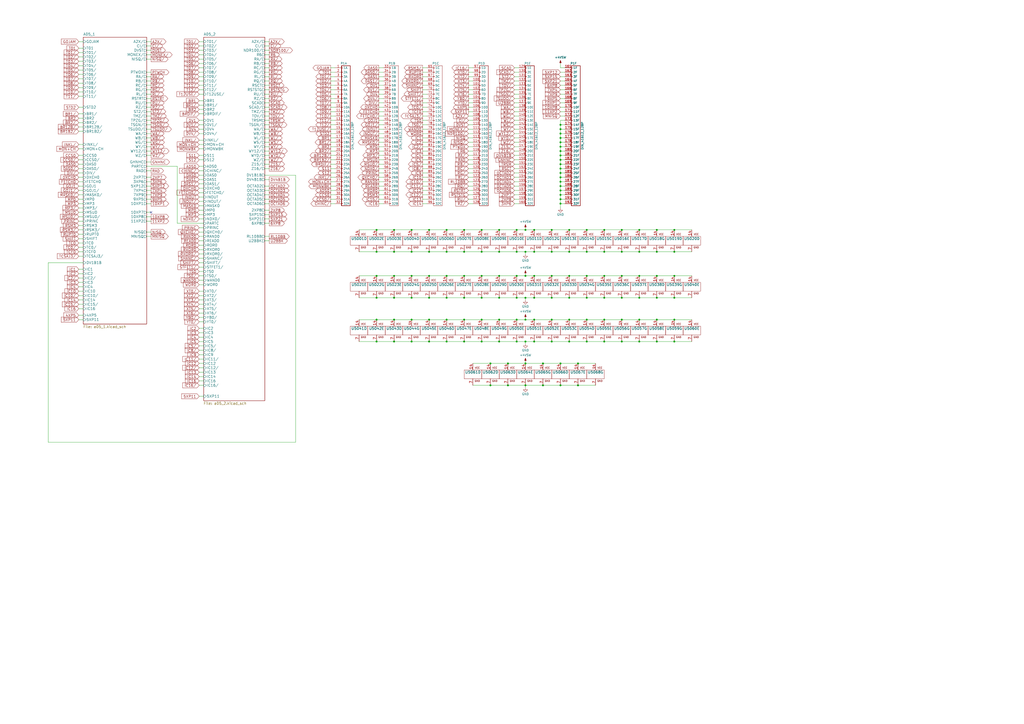
<source format=kicad_sch>
(kicad_sch (version 20211123) (generator eeschema)
  (paper "A2")
  (junction (at 218.44 133.35))
  (junction (at 269.24 133.35))
  (junction (at 360.68 133.35))
  (junction (at 325.12 100.33))
  (junction (at 279.4 185.42))
  (junction (at 284.48 210.82))
  (junction (at 325.12 97.79))
  (junction (at 289.56 198.12))
  (junction (at 299.72 185.42))
  (junction (at 228.6 198.12))
  (junction (at 330.2 133.35))
  (junction (at 279.4 146.05))
  (junction (at 360.68 198.12))
  (junction (at 269.24 172.72))
  (junction (at 248.92 185.42))
  (junction (at 381 172.72))
  (junction (at 325.12 223.52))
  (junction (at 325.12 110.49))
  (junction (at 294.64 210.82))
  (junction (at 299.72 160.02))
  (junction (at 304.8 185.42))
  (junction (at 325.12 74.93))
  (junction (at 289.56 185.42))
  (junction (at 325.12 95.25))
  (junction (at 309.88 160.02))
  (junction (at 289.56 160.02))
  (junction (at 350.52 198.12))
  (junction (at 350.52 185.42))
  (junction (at 259.08 146.05))
  (junction (at 238.76 198.12))
  (junction (at 340.36 185.42))
  (junction (at 370.84 198.12))
  (junction (at 391.16 160.02))
  (junction (at 259.08 133.35))
  (junction (at 381 133.35))
  (junction (at 218.44 172.72))
  (junction (at 228.6 146.05))
  (junction (at 330.2 146.05))
  (junction (at 320.04 185.42))
  (junction (at 218.44 198.12))
  (junction (at 325.12 82.55))
  (junction (at 381 198.12))
  (junction (at 330.2 185.42))
  (junction (at 228.6 185.42))
  (junction (at 259.08 160.02))
  (junction (at 248.92 172.72))
  (junction (at 218.44 185.42))
  (junction (at 309.88 146.05))
  (junction (at 238.76 146.05))
  (junction (at 320.04 133.35))
  (junction (at 269.24 146.05))
  (junction (at 259.08 185.42))
  (junction (at 299.72 133.35))
  (junction (at 304.8 133.35))
  (junction (at 304.8 172.72))
  (junction (at 360.68 146.05))
  (junction (at 218.44 146.05))
  (junction (at 259.08 172.72))
  (junction (at 370.84 133.35))
  (junction (at 299.72 146.05))
  (junction (at 330.2 172.72))
  (junction (at 238.76 133.35))
  (junction (at 309.88 172.72))
  (junction (at 381 146.05))
  (junction (at 325.12 113.03))
  (junction (at 325.12 92.71))
  (junction (at 269.24 198.12))
  (junction (at 299.72 198.12))
  (junction (at 304.8 198.12))
  (junction (at 391.16 146.05))
  (junction (at 309.88 185.42))
  (junction (at 218.44 160.02))
  (junction (at 325.12 80.01))
  (junction (at 304.8 146.05))
  (junction (at 350.52 146.05))
  (junction (at 325.12 118.11))
  (junction (at 391.16 185.42))
  (junction (at 228.6 133.35))
  (junction (at 289.56 146.05))
  (junction (at 279.4 172.72))
  (junction (at 279.4 160.02))
  (junction (at 325.12 72.39))
  (junction (at 381 185.42))
  (junction (at 238.76 185.42))
  (junction (at 340.36 160.02))
  (junction (at 238.76 160.02))
  (junction (at 269.24 185.42))
  (junction (at 360.68 160.02))
  (junction (at 325.12 115.57))
  (junction (at 304.8 160.02))
  (junction (at 391.16 133.35))
  (junction (at 370.84 172.72))
  (junction (at 314.96 223.52))
  (junction (at 289.56 172.72))
  (junction (at 309.88 198.12))
  (junction (at 391.16 172.72))
  (junction (at 309.88 133.35))
  (junction (at 279.4 198.12))
  (junction (at 350.52 160.02))
  (junction (at 325.12 107.95))
  (junction (at 330.2 198.12))
  (junction (at 340.36 172.72))
  (junction (at 325.12 102.87))
  (junction (at 299.72 172.72))
  (junction (at 320.04 172.72))
  (junction (at 294.64 223.52))
  (junction (at 284.48 223.52))
  (junction (at 304.8 223.52))
  (junction (at 325.12 210.82))
  (junction (at 370.84 146.05))
  (junction (at 269.24 160.02))
  (junction (at 340.36 198.12))
  (junction (at 314.96 210.82))
  (junction (at 350.52 172.72))
  (junction (at 325.12 105.41))
  (junction (at 325.12 90.17))
  (junction (at 259.08 198.12))
  (junction (at 238.76 172.72))
  (junction (at 325.12 77.47))
  (junction (at 335.28 210.82))
  (junction (at 304.8 210.82))
  (junction (at 360.68 185.42))
  (junction (at 248.92 133.35))
  (junction (at 320.04 160.02))
  (junction (at 330.2 160.02))
  (junction (at 279.4 133.35))
  (junction (at 228.6 160.02))
  (junction (at 325.12 85.09))
  (junction (at 381 160.02))
  (junction (at 248.92 160.02))
  (junction (at 370.84 185.42))
  (junction (at 325.12 87.63))
  (junction (at 248.92 146.05))
  (junction (at 360.68 172.72))
  (junction (at 248.92 198.12))
  (junction (at 340.36 146.05))
  (junction (at 320.04 146.05))
  (junction (at 340.36 133.35))
  (junction (at 289.56 133.35))
  (junction (at 320.04 198.12))
  (junction (at 350.52 133.35))
  (junction (at 391.16 198.12))
  (junction (at 228.6 172.72))
  (junction (at 370.84 160.02))
  (junction (at 335.28 223.52))
  (no_connect (at 87.63 123.19))
  (wire (pts (xy 87.63 123.19) (xy 85.09 123.19)))
  (wire (pts (xy 238.76 185.42) (xy 248.92 185.42)))
  (wire (pts (xy 228.6 160.02) (xy 238.76 160.02)))
  (wire (pts (xy 191.77 54.61) (xy 194.31 54.61)))
  (wire (pts (xy 330.2 160.02) (xy 340.36 160.02)))
  (wire (pts (xy 299.72 198.12) (xy 304.8 198.12)))
  (wire (pts (xy 115.57 165.1) (xy 118.11 165.1)))
  (wire (pts (xy 325.12 105.41) (xy 325.12 107.95)))
  (wire (pts (xy 271.78 57.15) (xy 274.32 57.15)))
  (wire (pts (xy 325.12 100.33) (xy 327.66 100.33)))
  (wire (pts (xy 156.21 59.69) (xy 153.67 59.69)))
  (wire (pts (xy 360.68 198.12) (xy 370.84 198.12)))
  (wire (pts (xy 85.09 107.95) (xy 87.63 107.95)))
  (wire (pts (xy 325.12 41.91) (xy 327.66 41.91)))
  (wire (pts (xy 45.72 40.64) (xy 48.26 40.64)))
  (wire (pts (xy 245.11 105.41) (xy 247.65 105.41)))
  (wire (pts (xy 191.77 46.99) (xy 194.31 46.99)))
  (wire (pts (xy 298.45 115.57) (xy 300.99 115.57)))
  (wire (pts (xy 350.52 146.05) (xy 360.68 146.05)))
  (wire (pts (xy 325.12 64.77) (xy 327.66 64.77)))
  (wire (pts (xy 391.16 133.35) (xy 401.32 133.35)))
  (wire (pts (xy 87.63 72.39) (xy 85.09 72.39)))
  (wire (pts (xy 191.77 57.15) (xy 194.31 57.15)))
  (wire (pts (xy 245.11 85.09) (xy 247.65 85.09)))
  (wire (pts (xy 115.57 152.4) (xy 118.11 152.4)))
  (wire (pts (xy 271.78 90.17) (xy 274.32 90.17)))
  (wire (pts (xy 245.11 54.61) (xy 247.65 54.61)))
  (wire (pts (xy 219.71 105.41) (xy 222.25 105.41)))
  (wire (pts (xy 87.63 54.61) (xy 85.09 54.61)))
  (wire (pts (xy 248.92 172.72) (xy 259.08 172.72)))
  (wire (pts (xy 245.11 92.71) (xy 247.65 92.71)))
  (wire (pts (xy 304.8 146.05) (xy 309.88 146.05)))
  (wire (pts (xy 115.57 104.14) (xy 118.11 104.14)))
  (wire (pts (xy 327.66 62.23) (xy 325.12 62.23)))
  (wire (pts (xy 381 133.35) (xy 391.16 133.35)))
  (wire (pts (xy 245.11 74.93) (xy 247.65 74.93)))
  (wire (pts (xy 271.78 95.25) (xy 274.32 95.25)))
  (wire (pts (xy 298.45 97.79) (xy 300.99 97.79)))
  (wire (pts (xy 381 172.72) (xy 391.16 172.72)))
  (wire (pts (xy 219.71 69.85) (xy 222.25 69.85)))
  (wire (pts (xy 115.57 29.21) (xy 118.11 29.21)))
  (wire (pts (xy 153.67 124.46) (xy 156.21 124.46)))
  (wire (pts (xy 245.11 110.49) (xy 247.65 110.49)))
  (wire (pts (xy 115.57 24.13) (xy 118.11 24.13)))
  (wire (pts (xy 45.72 53.34) (xy 48.26 53.34)))
  (wire (pts (xy 219.71 57.15) (xy 222.25 57.15)))
  (wire (pts (xy 156.21 29.21) (xy 153.67 29.21)))
  (wire (pts (xy 171.45 256.54) (xy 27.94 256.54)))
  (wire (pts (xy 45.72 24.13) (xy 48.26 24.13)))
  (wire (pts (xy 325.12 82.55) (xy 327.66 82.55)))
  (wire (pts (xy 309.88 198.12) (xy 320.04 198.12)))
  (wire (pts (xy 115.57 44.45) (xy 118.11 44.45)))
  (wire (pts (xy 115.57 74.93) (xy 118.11 74.93)))
  (wire (pts (xy 87.63 99.06) (xy 85.09 99.06)))
  (wire (pts (xy 271.78 92.71) (xy 274.32 92.71)))
  (wire (pts (xy 271.78 87.63) (xy 274.32 87.63)))
  (wire (pts (xy 327.66 57.15) (xy 325.12 57.15)))
  (wire (pts (xy 245.11 69.85) (xy 247.65 69.85)))
  (wire (pts (xy 115.57 90.17) (xy 118.11 90.17)))
  (wire (pts (xy 219.71 44.45) (xy 222.25 44.45)))
  (wire (pts (xy 45.72 86.36) (xy 48.26 86.36)))
  (wire (pts (xy 45.72 43.18) (xy 48.26 43.18)))
  (wire (pts (xy 85.09 137.16) (xy 87.63 137.16)))
  (wire (pts (xy 245.11 57.15) (xy 247.65 57.15)))
  (wire (pts (xy 87.63 80.01) (xy 85.09 80.01)))
  (wire (pts (xy 238.76 133.35) (xy 248.92 133.35)))
  (wire (pts (xy 45.72 120.65) (xy 48.26 120.65)))
  (wire (pts (xy 271.78 110.49) (xy 274.32 110.49)))
  (wire (pts (xy 153.67 129.54) (xy 156.21 129.54)))
  (wire (pts (xy 115.57 41.91) (xy 118.11 41.91)))
  (wire (pts (xy 248.92 160.02) (xy 259.08 160.02)))
  (wire (pts (xy 191.77 80.01) (xy 194.31 80.01)))
  (wire (pts (xy 219.71 100.33) (xy 222.25 100.33)))
  (wire (pts (xy 87.63 77.47) (xy 85.09 77.47)))
  (wire (pts (xy 298.45 67.31) (xy 300.99 67.31)))
  (wire (pts (xy 298.45 39.37) (xy 300.99 39.37)))
  (wire (pts (xy 298.45 41.91) (xy 300.99 41.91)))
  (wire (pts (xy 191.77 41.91) (xy 194.31 41.91)))
  (wire (pts (xy 45.72 118.11) (xy 48.26 118.11)))
  (wire (pts (xy 156.21 110.49) (xy 153.67 110.49)))
  (wire (pts (xy 325.12 115.57) (xy 325.12 118.11)))
  (wire (pts (xy 156.21 41.91) (xy 153.67 41.91)))
  (wire (pts (xy 156.21 49.53) (xy 153.67 49.53)))
  (wire (pts (xy 191.77 52.07) (xy 194.31 52.07)))
  (wire (pts (xy 156.21 69.85) (xy 153.67 69.85)))
  (wire (pts (xy 298.45 72.39) (xy 300.99 72.39)))
  (wire (pts (xy 219.71 59.69) (xy 222.25 59.69)))
  (wire (pts (xy 271.78 113.03) (xy 274.32 113.03)))
  (wire (pts (xy 314.96 223.52) (xy 325.12 223.52)))
  (wire (pts (xy 340.36 133.35) (xy 350.52 133.35)))
  (wire (pts (xy 115.57 213.36) (xy 118.11 213.36)))
  (wire (pts (xy 156.21 82.55) (xy 153.67 82.55)))
  (wire (pts (xy 228.6 172.72) (xy 238.76 172.72)))
  (wire (pts (xy 191.77 95.25) (xy 194.31 95.25)))
  (wire (pts (xy 219.71 85.09) (xy 222.25 85.09)))
  (wire (pts (xy 245.11 39.37) (xy 247.65 39.37)))
  (wire (pts (xy 325.12 97.79) (xy 327.66 97.79)))
  (wire (pts (xy 228.6 146.05) (xy 238.76 146.05)))
  (wire (pts (xy 191.77 62.23) (xy 194.31 62.23)))
  (wire (pts (xy 325.12 54.61) (xy 327.66 54.61)))
  (wire (pts (xy 245.11 52.07) (xy 247.65 52.07)))
  (wire (pts (xy 271.78 69.85) (xy 274.32 69.85)))
  (wire (pts (xy 271.78 62.23) (xy 274.32 62.23)))
  (wire (pts (xy 360.68 172.72) (xy 370.84 172.72)))
  (wire (pts (xy 245.11 59.69) (xy 247.65 59.69)))
  (wire (pts (xy 238.76 198.12) (xy 248.92 198.12)))
  (wire (pts (xy 245.11 95.25) (xy 247.65 95.25)))
  (wire (pts (xy 325.12 39.37) (xy 327.66 39.37)))
  (wire (pts (xy 45.72 115.57) (xy 48.26 115.57)))
  (wire (pts (xy 219.71 49.53) (xy 222.25 49.53)))
  (wire (pts (xy 115.57 186.69) (xy 118.11 186.69)))
  (wire (pts (xy 171.45 101.6) (xy 171.45 256.54)))
  (wire (pts (xy 218.44 133.35) (xy 228.6 133.35)))
  (wire (pts (xy 45.72 161.29) (xy 48.26 161.29)))
  (wire (pts (xy 370.84 133.35) (xy 381 133.35)))
  (wire (pts (xy 335.28 210.82) (xy 345.44 210.82)))
  (wire (pts (xy 309.88 172.72) (xy 320.04 172.72)))
  (wire (pts (xy 191.77 82.55) (xy 194.31 82.55)))
  (wire (pts (xy 191.77 87.63) (xy 194.31 87.63)))
  (wire (pts (xy 298.45 87.63) (xy 300.99 87.63)))
  (wire (pts (xy 85.09 115.57) (xy 87.63 115.57)))
  (wire (pts (xy 370.84 160.02) (xy 381 160.02)))
  (wire (pts (xy 115.57 54.61) (xy 118.11 54.61)))
  (wire (pts (xy 45.72 83.82) (xy 48.26 83.82)))
  (wire (pts (xy 115.57 147.32) (xy 118.11 147.32)))
  (wire (pts (xy 298.45 92.71) (xy 300.99 92.71)))
  (wire (pts (xy 245.11 44.45) (xy 247.65 44.45)))
  (wire (pts (xy 360.68 146.05) (xy 370.84 146.05)))
  (wire (pts (xy 269.24 146.05) (xy 279.4 146.05)))
  (wire (pts (xy 325.12 85.09) (xy 327.66 85.09)))
  (wire (pts (xy 156.21 67.31) (xy 153.67 67.31)))
  (wire (pts (xy 298.45 90.17) (xy 300.99 90.17)))
  (wire (pts (xy 325.12 113.03) (xy 327.66 113.03)))
  (wire (pts (xy 320.04 198.12) (xy 330.2 198.12)))
  (wire (pts (xy 156.21 118.11) (xy 153.67 118.11)))
  (wire (pts (xy 269.24 198.12) (xy 279.4 198.12)))
  (wire (pts (xy 45.72 33.02) (xy 48.26 33.02)))
  (wire (pts (xy 45.72 125.73) (xy 48.26 125.73)))
  (wire (pts (xy 115.57 92.71) (xy 118.11 92.71)))
  (wire (pts (xy 271.78 77.47) (xy 274.32 77.47)))
  (wire (pts (xy 325.12 102.87) (xy 325.12 105.41)))
  (wire (pts (xy 325.12 69.85) (xy 325.12 72.39)))
  (wire (pts (xy 191.77 72.39) (xy 194.31 72.39)))
  (wire (pts (xy 87.63 41.91) (xy 85.09 41.91)))
  (wire (pts (xy 325.12 105.41) (xy 327.66 105.41)))
  (wire (pts (xy 87.63 59.69) (xy 85.09 59.69)))
  (wire (pts (xy 238.76 160.02) (xy 248.92 160.02)))
  (wire (pts (xy 245.11 97.79) (xy 247.65 97.79)))
  (wire (pts (xy 156.21 92.71) (xy 153.67 92.71)))
  (wire (pts (xy 153.67 139.7) (xy 156.21 139.7)))
  (wire (pts (xy 298.45 59.69) (xy 300.99 59.69)))
  (wire (pts (xy 309.88 185.42) (xy 320.04 185.42)))
  (wire (pts (xy 320.04 185.42) (xy 330.2 185.42)))
  (wire (pts (xy 271.78 54.61) (xy 274.32 54.61)))
  (wire (pts (xy 115.57 154.94) (xy 118.11 154.94)))
  (wire (pts (xy 299.72 172.72) (xy 304.8 172.72)))
  (wire (pts (xy 219.71 118.11) (xy 222.25 118.11)))
  (wire (pts (xy 115.57 127) (xy 118.11 127)))
  (wire (pts (xy 85.09 102.87) (xy 87.63 102.87)))
  (wire (pts (xy 370.84 198.12) (xy 381 198.12)))
  (wire (pts (xy 228.6 133.35) (xy 238.76 133.35)))
  (wire (pts (xy 85.09 113.03) (xy 87.63 113.03)))
  (wire (pts (xy 298.45 80.01) (xy 300.99 80.01)))
  (wire (pts (xy 259.08 146.05) (xy 269.24 146.05)))
  (wire (pts (xy 219.71 72.39) (xy 222.25 72.39)))
  (wire (pts (xy 325.12 77.47) (xy 325.12 80.01)))
  (wire (pts (xy 298.45 77.47) (xy 300.99 77.47)))
  (wire (pts (xy 219.71 41.91) (xy 222.25 41.91)))
  (wire (pts (xy 259.08 172.72) (xy 269.24 172.72)))
  (wire (pts (xy 299.72 146.05) (xy 304.8 146.05)))
  (wire (pts (xy 245.11 87.63) (xy 247.65 87.63)))
  (wire (pts (xy 325.12 118.11) (xy 327.66 118.11)))
  (wire (pts (xy 289.56 198.12) (xy 299.72 198.12)))
  (wire (pts (xy 156.21 39.37) (xy 153.67 39.37)))
  (wire (pts (xy 271.78 105.41) (xy 274.32 105.41)))
  (wire (pts (xy 208.28 146.05) (xy 218.44 146.05)))
  (wire (pts (xy 298.45 44.45) (xy 300.99 44.45)))
  (wire (pts (xy 115.57 31.75) (xy 118.11 31.75)))
  (wire (pts (xy 340.36 198.12) (xy 350.52 198.12)))
  (wire (pts (xy 289.56 146.05) (xy 299.72 146.05)))
  (wire (pts (xy 327.66 44.45) (xy 325.12 44.45)))
  (wire (pts (xy 191.77 110.49) (xy 194.31 110.49)))
  (wire (pts (xy 45.72 163.83) (xy 48.26 163.83)))
  (wire (pts (xy 289.56 133.35) (xy 299.72 133.35)))
  (wire (pts (xy 228.6 198.12) (xy 238.76 198.12)))
  (wire (pts (xy 271.78 39.37) (xy 274.32 39.37)))
  (wire (pts (xy 325.12 90.17) (xy 325.12 92.71)))
  (wire (pts (xy 156.21 95.25) (xy 153.67 95.25)))
  (wire (pts (xy 115.57 208.28) (xy 118.11 208.28)))
  (wire (pts (xy 327.66 52.07) (xy 325.12 52.07)))
  (wire (pts (xy 294.64 223.52) (xy 304.8 223.52)))
  (wire (pts (xy 325.12 107.95) (xy 325.12 110.49)))
  (wire (pts (xy 325.12 95.25) (xy 325.12 97.79)))
  (wire (pts (xy 219.71 54.61) (xy 222.25 54.61)))
  (wire (pts (xy 115.57 193.04) (xy 118.11 193.04)))
  (wire (pts (xy 191.77 115.57) (xy 194.31 115.57)))
  (wire (pts (xy 330.2 172.72) (xy 340.36 172.72)))
  (wire (pts (xy 156.21 34.29) (xy 153.67 34.29)))
  (wire (pts (xy 219.71 39.37) (xy 222.25 39.37)))
  (wire (pts (xy 219.71 110.49) (xy 222.25 110.49)))
  (wire (pts (xy 304.8 209.55) (xy 304.8 210.82)))
  (wire (pts (xy 271.78 80.01) (xy 274.32 80.01)))
  (wire (pts (xy 350.52 133.35) (xy 360.68 133.35)))
  (wire (pts (xy 115.57 124.46) (xy 118.11 124.46)))
  (wire (pts (xy 325.12 115.57) (xy 327.66 115.57)))
  (wire (pts (xy 304.8 133.35) (xy 309.88 133.35)))
  (wire (pts (xy 271.78 100.33) (xy 274.32 100.33)))
  (wire (pts (xy 245.11 72.39) (xy 247.65 72.39)))
  (wire (pts (xy 248.92 185.42) (xy 259.08 185.42)))
  (wire (pts (xy 279.4 133.35) (xy 289.56 133.35)))
  (wire (pts (xy 115.57 77.47) (xy 118.11 77.47)))
  (wire (pts (xy 245.11 118.11) (xy 247.65 118.11)))
  (wire (pts (xy 219.71 64.77) (xy 222.25 64.77)))
  (wire (pts (xy 271.78 118.11) (xy 274.32 118.11)))
  (wire (pts (xy 45.72 68.58) (xy 48.26 68.58)))
  (wire (pts (xy 115.57 36.83) (xy 118.11 36.83)))
  (wire (pts (xy 304.8 158.75) (xy 304.8 160.02)))
  (wire (pts (xy 269.24 185.42) (xy 279.4 185.42)))
  (wire (pts (xy 391.16 172.72) (xy 401.32 172.72)))
  (wire (pts (xy 219.71 77.47) (xy 222.25 77.47)))
  (wire (pts (xy 191.77 77.47) (xy 194.31 77.47)))
  (wire (pts (xy 298.45 105.41) (xy 300.99 105.41)))
  (wire (pts (xy 115.57 173.99) (xy 118.11 173.99)))
  (wire (pts (xy 191.77 105.41) (xy 194.31 105.41)))
  (wire (pts (xy 325.12 113.03) (xy 325.12 115.57)))
  (wire (pts (xy 298.45 102.87) (xy 300.99 102.87)))
  (wire (pts (xy 320.04 146.05) (xy 330.2 146.05)))
  (wire (pts (xy 298.45 69.85) (xy 300.99 69.85)))
  (wire (pts (xy 115.57 81.28) (xy 118.11 81.28)))
  (wire (pts (xy 45.72 148.59) (xy 48.26 148.59)))
  (wire (pts (xy 304.8 223.52) (xy 304.8 224.79)))
  (wire (pts (xy 45.72 45.72) (xy 48.26 45.72)))
  (wire (pts (xy 45.72 76.2) (xy 48.26 76.2)))
  (wire (pts (xy 245.11 82.55) (xy 247.65 82.55)))
  (wire (pts (xy 115.57 205.74) (xy 118.11 205.74)))
  (wire (pts (xy 360.68 160.02) (xy 370.84 160.02)))
  (wire (pts (xy 115.57 142.24) (xy 118.11 142.24)))
  (wire (pts (xy 248.92 198.12) (xy 259.08 198.12)))
  (wire (pts (xy 360.68 185.42) (xy 370.84 185.42)))
  (wire (pts (xy 115.57 200.66) (xy 118.11 200.66)))
  (wire (pts (xy 45.72 102.87) (xy 48.26 102.87)))
  (wire (pts (xy 325.12 46.99) (xy 327.66 46.99)))
  (wire (pts (xy 320.04 133.35) (xy 330.2 133.35)))
  (wire (pts (xy 45.72 55.88) (xy 48.26 55.88)))
  (wire (pts (xy 115.57 132.08) (xy 118.11 132.08)))
  (wire (pts (xy 191.77 92.71) (xy 194.31 92.71)))
  (wire (pts (xy 381 185.42) (xy 391.16 185.42)))
  (wire (pts (xy 304.8 146.05) (xy 304.8 147.32)))
  (wire (pts (xy 325.12 223.52) (xy 335.28 223.52)))
  (wire (pts (xy 115.57 134.62) (xy 118.11 134.62)))
  (wire (pts (xy 115.57 181.61) (xy 118.11 181.61)))
  (wire (pts (xy 218.44 146.05) (xy 228.6 146.05)))
  (wire (pts (xy 271.78 102.87) (xy 274.32 102.87)))
  (wire (pts (xy 271.78 59.69) (xy 274.32 59.69)))
  (wire (pts (xy 115.57 184.15) (xy 118.11 184.15)))
  (wire (pts (xy 156.21 107.95) (xy 153.67 107.95)))
  (wire (pts (xy 245.11 64.77) (xy 247.65 64.77)))
  (wire (pts (xy 45.72 62.23) (xy 48.26 62.23)))
  (wire (pts (xy 191.77 64.77) (xy 194.31 64.77)))
  (wire (pts (xy 298.45 52.07) (xy 300.99 52.07)))
  (wire (pts (xy 115.57 83.82) (xy 118.11 83.82)))
  (wire (pts (xy 299.72 133.35) (xy 304.8 133.35)))
  (wire (pts (xy 156.21 104.14) (xy 153.67 104.14)))
  (wire (pts (xy 381 146.05) (xy 391.16 146.05)))
  (wire (pts (xy 153.67 121.92) (xy 156.21 121.92)))
  (wire (pts (xy 245.11 100.33) (xy 247.65 100.33)))
  (wire (pts (xy 45.72 143.51) (xy 48.26 143.51)))
  (wire (pts (xy 218.44 172.72) (xy 228.6 172.72)))
  (wire (pts (xy 298.45 46.99) (xy 300.99 46.99)))
  (wire (pts (xy 45.72 107.95) (xy 48.26 107.95)))
  (wire (pts (xy 87.63 31.75) (xy 85.09 31.75)))
  (wire (pts (xy 115.57 176.53) (xy 118.11 176.53)))
  (wire (pts (xy 219.71 62.23) (xy 222.25 62.23)))
  (wire (pts (xy 87.63 29.21) (xy 85.09 29.21)))
  (wire (pts (xy 304.8 172.72) (xy 309.88 172.72)))
  (wire (pts (xy 156.21 36.83) (xy 153.67 36.83)))
  (wire (pts (xy 45.72 176.53) (xy 48.26 176.53)))
  (wire (pts (xy 45.72 185.42) (xy 48.26 185.42)))
  (wire (pts (xy 115.57 34.29) (xy 118.11 34.29)))
  (wire (pts (xy 304.8 198.12) (xy 304.8 199.39)))
  (wire (pts (xy 45.72 140.97) (xy 48.26 140.97)))
  (wire (pts (xy 391.16 185.42) (xy 401.32 185.42)))
  (wire (pts (xy 102.87 129.54) (xy 118.11 129.54)))
  (wire (pts (xy 325.12 92.71) (xy 325.12 95.25)))
  (wire (pts (xy 271.78 44.45) (xy 274.32 44.45)))
  (wire (pts (xy 309.88 160.02) (xy 320.04 160.02)))
  (wire (pts (xy 304.8 223.52) (xy 314.96 223.52)))
  (wire (pts (xy 320.04 160.02) (xy 330.2 160.02)))
  (wire (pts (xy 115.57 109.22) (xy 118.11 109.22)))
  (wire (pts (xy 45.72 38.1) (xy 48.26 38.1)))
  (wire (pts (xy 45.72 156.21) (xy 48.26 156.21)))
  (wire (pts (xy 85.09 128.27) (xy 87.63 128.27)))
  (wire (pts (xy 115.57 72.39) (xy 118.11 72.39)))
  (wire (pts (xy 191.77 67.31) (xy 194.31 67.31)))
  (wire (pts (xy 85.09 134.62) (xy 87.63 134.62)))
  (wire (pts (xy 304.8 184.15) (xy 304.8 185.42)))
  (wire (pts (xy 45.72 30.48) (xy 48.26 30.48)))
  (wire (pts (xy 325.12 85.09) (xy 325.12 87.63)))
  (wire (pts (xy 325.12 36.83) (xy 325.12 39.37)))
  (wire (pts (xy 191.77 85.09) (xy 194.31 85.09)))
  (wire (pts (xy 115.57 49.53) (xy 118.11 49.53)))
  (wire (pts (xy 269.24 172.72) (xy 279.4 172.72)))
  (wire (pts (xy 87.63 34.29) (xy 85.09 34.29)))
  (wire (pts (xy 391.16 198.12) (xy 401.32 198.12)))
  (wire (pts (xy 115.57 39.37) (xy 118.11 39.37)))
  (wire (pts (xy 45.72 135.89) (xy 48.26 135.89)))
  (wire (pts (xy 191.77 44.45) (xy 194.31 44.45)))
  (wire (pts (xy 245.11 80.01) (xy 247.65 80.01)))
  (wire (pts (xy 330.2 198.12) (xy 340.36 198.12)))
  (wire (pts (xy 271.78 115.57) (xy 274.32 115.57)))
  (wire (pts (xy 289.56 160.02) (xy 299.72 160.02)))
  (wire (pts (xy 289.56 172.72) (xy 299.72 172.72)))
  (wire (pts (xy 248.92 133.35) (xy 259.08 133.35)))
  (wire (pts (xy 298.45 95.25) (xy 300.99 95.25)))
  (wire (pts (xy 115.57 179.07) (xy 118.11 179.07)))
  (wire (pts (xy 45.72 50.8) (xy 48.26 50.8)))
  (wire (pts (xy 325.12 210.82) (xy 335.28 210.82)))
  (wire (pts (xy 219.71 74.93) (xy 222.25 74.93)))
  (wire (pts (xy 115.57 116.84) (xy 118.11 116.84)))
  (wire (pts (xy 325.12 77.47) (xy 327.66 77.47)))
  (wire (pts (xy 271.78 49.53) (xy 274.32 49.53)))
  (wire (pts (xy 335.28 223.52) (xy 345.44 223.52)))
  (wire (pts (xy 304.8 185.42) (xy 309.88 185.42)))
  (wire (pts (xy 294.64 210.82) (xy 304.8 210.82)))
  (wire (pts (xy 298.45 85.09) (xy 300.99 85.09)))
  (wire (pts (xy 245.11 62.23) (xy 247.65 62.23)))
  (wire (pts (xy 115.57 171.45) (xy 118.11 171.45)))
  (wire (pts (xy 191.77 113.03) (xy 194.31 113.03)))
  (wire (pts (xy 87.63 87.63) (xy 85.09 87.63)))
  (wire (pts (xy 370.84 146.05) (xy 381 146.05)))
  (wire (pts (xy 219.71 115.57) (xy 222.25 115.57)))
  (wire (pts (xy 299.72 160.02) (xy 304.8 160.02)))
  (wire (pts (xy 219.71 90.17) (xy 222.25 90.17)))
  (wire (pts (xy 45.72 133.35) (xy 48.26 133.35)))
  (wire (pts (xy 248.92 146.05) (xy 259.08 146.05)))
  (wire (pts (xy 269.24 160.02) (xy 279.4 160.02)))
  (wire (pts (xy 325.12 100.33) (xy 325.12 102.87)))
  (wire (pts (xy 325.12 74.93) (xy 327.66 74.93)))
  (wire (pts (xy 325.12 87.63) (xy 327.66 87.63)))
  (wire (pts (xy 45.72 105.41) (xy 48.26 105.41)))
  (wire (pts (xy 325.12 110.49) (xy 327.66 110.49)))
  (wire (pts (xy 45.72 146.05) (xy 48.26 146.05)))
  (wire (pts (xy 298.45 57.15) (xy 300.99 57.15)))
  (wire (pts (xy 219.71 97.79) (xy 222.25 97.79)))
  (wire (pts (xy 115.57 215.9) (xy 118.11 215.9)))
  (wire (pts (xy 279.4 185.42) (xy 289.56 185.42)))
  (wire (pts (xy 325.12 49.53) (xy 327.66 49.53)))
  (wire (pts (xy 271.78 74.93) (xy 274.32 74.93)))
  (wire (pts (xy 191.77 118.11) (xy 194.31 118.11)))
  (wire (pts (xy 156.21 113.03) (xy 153.67 113.03)))
  (wire (pts (xy 115.57 69.85) (xy 118.11 69.85)))
  (wire (pts (xy 304.8 198.12) (xy 309.88 198.12)))
  (wire (pts (xy 45.72 168.91) (xy 48.26 168.91)))
  (wire (pts (xy 245.11 46.99) (xy 247.65 46.99)))
  (wire (pts (xy 245.11 67.31) (xy 247.65 67.31)))
  (wire (pts (xy 219.71 107.95) (xy 222.25 107.95)))
  (wire (pts (xy 191.77 90.17) (xy 194.31 90.17)))
  (wire (pts (xy 208.28 172.72) (xy 218.44 172.72)))
  (wire (pts (xy 370.84 172.72) (xy 381 172.72)))
  (wire (pts (xy 325.12 95.25) (xy 327.66 95.25)))
  (wire (pts (xy 115.57 63.5) (xy 118.11 63.5)))
  (wire (pts (xy 45.72 27.94) (xy 48.26 27.94)))
  (wire (pts (xy 156.21 44.45) (xy 153.67 44.45)))
  (wire (pts (xy 45.72 66.04) (xy 48.26 66.04)))
  (wire (pts (xy 325.12 118.11) (xy 325.12 120.65)))
  (wire (pts (xy 87.63 64.77) (xy 85.09 64.77)))
  (wire (pts (xy 289.56 185.42) (xy 299.72 185.42)))
  (wire (pts (xy 271.78 52.07) (xy 274.32 52.07)))
  (wire (pts (xy 156.21 72.39) (xy 153.67 72.39)))
  (wire (pts (xy 208.28 133.35) (xy 218.44 133.35)))
  (wire (pts (xy 115.57 58.42) (xy 118.11 58.42)))
  (wire (pts (xy 340.36 185.42) (xy 350.52 185.42)))
  (wire (pts (xy 115.57 160.02) (xy 118.11 160.02)))
  (wire (pts (xy 115.57 168.91) (xy 118.11 168.91)))
  (wire (pts (xy 279.4 160.02) (xy 289.56 160.02)))
  (wire (pts (xy 309.88 133.35) (xy 320.04 133.35)))
  (wire (pts (xy 219.71 80.01) (xy 222.25 80.01)))
  (wire (pts (xy 45.72 182.88) (xy 48.26 182.88)))
  (wire (pts (xy 391.16 146.05) (xy 401.32 146.05)))
  (wire (pts (xy 156.21 64.77) (xy 153.67 64.77)))
  (wire (pts (xy 325.12 107.95) (xy 327.66 107.95)))
  (wire (pts (xy 269.24 133.35) (xy 279.4 133.35)))
  (wire (pts (xy 218.44 185.42) (xy 228.6 185.42)))
  (wire (pts (xy 115.57 86.36) (xy 118.11 86.36)))
  (wire (pts (xy 27.94 256.54) (xy 27.94 152.4)))
  (wire (pts (xy 327.66 69.85) (xy 325.12 69.85)))
  (wire (pts (xy 45.72 97.79) (xy 48.26 97.79)))
  (wire (pts (xy 156.21 80.01) (xy 153.67 80.01)))
  (wire (pts (xy 298.45 110.49) (xy 300.99 110.49)))
  (wire (pts (xy 87.63 46.99) (xy 85.09 46.99)))
  (wire (pts (xy 314.96 210.82) (xy 325.12 210.82)))
  (wire (pts (xy 156.21 77.47) (xy 153.67 77.47)))
  (wire (pts (xy 156.21 87.63) (xy 153.67 87.63)))
  (wire (pts (xy 115.57 190.5) (xy 118.11 190.5)))
  (wire (pts (xy 309.88 146.05) (xy 320.04 146.05)))
  (wire (pts (xy 325.12 72.39) (xy 325.12 74.93)))
  (wire (pts (xy 156.21 46.99) (xy 153.67 46.99)))
  (wire (pts (xy 45.72 90.17) (xy 48.26 90.17)))
  (wire (pts (xy 115.57 220.98) (xy 118.11 220.98)))
  (wire (pts (xy 115.57 26.67) (xy 118.11 26.67)))
  (wire (pts (xy 87.63 82.55) (xy 85.09 82.55)))
  (wire (pts (xy 271.78 97.79) (xy 274.32 97.79)))
  (wire (pts (xy 219.71 92.71) (xy 222.25 92.71)))
  (wire (pts (xy 156.21 31.75) (xy 153.67 31.75)))
  (wire (pts (xy 191.77 69.85) (xy 194.31 69.85)))
  (wire (pts (xy 219.71 82.55) (xy 222.25 82.55)))
  (wire (pts (xy 115.57 223.52) (xy 118.11 223.52)))
  (wire (pts (xy 191.77 39.37) (xy 194.31 39.37)))
  (wire (pts (xy 325.12 110.49) (xy 325.12 113.03)))
  (wire (pts (xy 219.71 52.07) (xy 222.25 52.07)))
  (wire (pts (xy 279.4 198.12) (xy 289.56 198.12)))
  (wire (pts (xy 298.45 64.77) (xy 300.99 64.77)))
  (wire (pts (xy 156.21 52.07) (xy 153.67 52.07)))
  (wire (pts (xy 156.21 85.09) (xy 153.67 85.09)))
  (wire (pts (xy 325.12 67.31) (xy 327.66 67.31)))
  (wire (pts (xy 350.52 198.12) (xy 360.68 198.12)))
  (wire (pts (xy 325.12 59.69) (xy 327.66 59.69)))
  (wire (pts (xy 156.21 97.79) (xy 153.67 97.79)))
  (wire (pts (xy 156.21 90.17) (xy 153.67 90.17)))
  (wire (pts (xy 191.77 107.95) (xy 194.31 107.95)))
  (wire (pts (xy 245.11 41.91) (xy 247.65 41.91)))
  (wire (pts (xy 153.67 127) (xy 156.21 127)))
  (wire (pts (xy 259.08 133.35) (xy 269.24 133.35)))
  (wire (pts (xy 360.68 133.35) (xy 370.84 133.35)))
  (wire (pts (xy 299.72 185.42) (xy 304.8 185.42)))
  (wire (pts (xy 115.57 66.04) (xy 118.11 66.04)))
  (wire (pts (xy 45.72 48.26) (xy 48.26 48.26)))
  (wire (pts (xy 45.72 179.07) (xy 48.26 179.07)))
  (wire (pts (xy 271.78 82.55) (xy 274.32 82.55)))
  (wire (pts (xy 330.2 133.35) (xy 340.36 133.35)))
  (wire (pts (xy 259.08 198.12) (xy 269.24 198.12)))
  (wire (pts (xy 115.57 119.38) (xy 118.11 119.38)))
  (wire (pts (xy 156.21 24.13) (xy 153.67 24.13)))
  (wire (pts (xy 325.12 74.93) (xy 325.12 77.47)))
  (wire (pts (xy 219.71 67.31) (xy 222.25 67.31)))
  (wire (pts (xy 45.72 71.12) (xy 48.26 71.12)))
  (wire (pts (xy 115.57 195.58) (xy 118.11 195.58)))
  (wire (pts (xy 45.72 35.56) (xy 48.26 35.56)))
  (wire (pts (xy 87.63 49.53) (xy 85.09 49.53)))
  (wire (pts (xy 245.11 115.57) (xy 247.65 115.57)))
  (wire (pts (xy 325.12 80.01) (xy 325.12 82.55)))
  (wire (pts (xy 304.8 210.82) (xy 314.96 210.82)))
  (wire (pts (xy 115.57 210.82) (xy 118.11 210.82)))
  (wire (pts (xy 325.12 82.55) (xy 325.12 85.09)))
  (wire (pts (xy 87.63 93.98) (xy 85.09 93.98)))
  (wire (pts (xy 45.72 173.99) (xy 48.26 173.99)))
  (wire (pts (xy 298.45 100.33) (xy 300.99 100.33)))
  (wire (pts (xy 274.32 223.52) (xy 284.48 223.52)))
  (wire (pts (xy 279.4 146.05) (xy 289.56 146.05)))
  (wire (pts (xy 391.16 160.02) (xy 401.32 160.02)))
  (wire (pts (xy 330.2 185.42) (xy 340.36 185.42)))
  (wire (pts (xy 115.57 121.92) (xy 118.11 121.92)))
  (wire (pts (xy 350.52 160.02) (xy 360.68 160.02)))
  (wire (pts (xy 271.78 46.99) (xy 274.32 46.99)))
  (wire (pts (xy 115.57 60.96) (xy 118.11 60.96)))
  (wire (pts (xy 219.71 102.87) (xy 222.25 102.87)))
  (wire (pts (xy 325.12 80.01) (xy 327.66 80.01)))
  (wire (pts (xy 279.4 172.72) (xy 289.56 172.72)))
  (wire (pts (xy 156.21 26.67) (xy 153.67 26.67)))
  (wire (pts (xy 115.57 149.86) (xy 118.11 149.86)))
  (wire (pts (xy 115.57 114.3) (xy 118.11 114.3)))
  (wire (pts (xy 325.12 90.17) (xy 327.66 90.17)))
  (wire (pts (xy 45.72 171.45) (xy 48.26 171.45)))
  (wire (pts (xy 219.71 95.25) (xy 222.25 95.25)))
  (wire (pts (xy 87.63 57.15) (xy 85.09 57.15)))
  (wire (pts (xy 271.78 41.91) (xy 274.32 41.91)))
  (wire (pts (xy 219.71 87.63) (xy 222.25 87.63)))
  (wire (pts (xy 284.48 223.52) (xy 294.64 223.52)))
  (wire (pts (xy 298.45 107.95) (xy 300.99 107.95)))
  (wire (pts (xy 298.45 62.23) (xy 300.99 62.23)))
  (wire (pts (xy 325.12 97.79) (xy 325.12 100.33)))
  (wire (pts (xy 115.57 137.16) (xy 118.11 137.16)))
  (wire (pts (xy 219.71 46.99) (xy 222.25 46.99)))
  (wire (pts (xy 115.57 162.56) (xy 118.11 162.56)))
  (wire (pts (xy 45.72 92.71) (xy 48.26 92.71)))
  (wire (pts (xy 156.21 74.93) (xy 153.67 74.93)))
  (wire (pts (xy 87.63 44.45) (xy 85.09 44.45)))
  (wire (pts (xy 271.78 85.09) (xy 274.32 85.09)))
  (wire (pts (xy 85.09 118.11) (xy 87.63 118.11)))
  (wire (pts (xy 274.32 210.82) (xy 284.48 210.82)))
  (wire (pts (xy 191.77 74.93) (xy 194.31 74.93)))
  (wire (pts (xy 87.63 52.07) (xy 85.09 52.07)))
  (wire (pts (xy 284.48 210.82) (xy 294.64 210.82)))
  (wire (pts (xy 115.57 111.76) (xy 118.11 111.76)))
  (wire (pts (xy 45.72 130.81) (xy 48.26 130.81)))
  (wire (pts (xy 245.11 107.95) (xy 247.65 107.95)))
  (wire (pts (xy 115.57 101.6) (xy 118.11 101.6)))
  (wire (pts (xy 370.84 185.42) (xy 381 185.42)))
  (wire (pts (xy 191.77 97.79) (xy 194.31 97.79)))
  (wire (pts (xy 191.77 102.87) (xy 194.31 102.87)))
  (wire (pts (xy 245.11 77.47) (xy 247.65 77.47)))
  (wire (pts (xy 208.28 198.12) (xy 218.44 198.12)))
  (wire (pts (xy 115.57 99.06) (xy 118.11 99.06)))
  (wire (pts (xy 87.63 26.67) (xy 85.09 26.67)))
  (wire (pts (xy 271.78 107.95) (xy 274.32 107.95)))
  (wire (pts (xy 245.11 49.53) (xy 247.65 49.53)))
  (wire (pts (xy 156.21 62.23) (xy 153.67 62.23)))
  (wire (pts (xy 85.09 110.49) (xy 87.63 110.49)))
  (wire (pts (xy 271.78 72.39) (xy 274.32 72.39)))
  (wire (pts (xy 340.36 146.05) (xy 350.52 146.05)))
  (wire (pts (xy 300.99 113.03) (xy 298.45 113.03)))
  (wire (pts (xy 300.99 118.11) (xy 298.45 118.11)))
  (wire (pts (xy 115.57 96.52) (xy 118.11 96.52)))
  (wire (pts (xy 298.45 74.93) (xy 300.99 74.93)))
  (wire (pts (xy 381 160.02) (xy 391.16 160.02)))
  (wire (pts (xy 115.57 229.87) (xy 118.11 229.87)))
  (wire (pts (xy 87.63 67.31) (xy 85.09 67.31)))
  (wire (pts (xy 45.72 123.19) (xy 48.26 123.19)))
  (wire (pts (xy 271.78 64.77) (xy 274.32 64.77)))
  (wire (pts (xy 340.36 172.72) (xy 350.52 172.72)))
  (wire (pts (xy 45.72 128.27) (xy 48.26 128.27)))
  (wire (pts (xy 87.63 85.09) (xy 85.09 85.09)))
  (wire (pts (xy 191.77 59.69) (xy 194.31 59.69)))
  (wire (pts (xy 45.72 95.25) (xy 48.26 95.25)))
  (wire (pts (xy 115.57 106.68) (xy 118.11 106.68)))
  (wire (pts (xy 238.76 172.72) (xy 248.92 172.72)))
  (wire (pts (xy 304.8 172.72) (xy 304.8 173.99)))
  (wire (pts (xy 245.11 113.03) (xy 247.65 113.03)))
  (wire (pts (xy 350.52 172.72) (xy 360.68 172.72)))
  (wire (pts (xy 45.72 138.43) (xy 48.26 138.43)))
  (wire (pts (xy 115.57 52.07) (xy 118.11 52.07)))
  (wire (pts (xy 245.11 102.87) (xy 247.65 102.87)))
  (wire (pts (xy 115.57 46.99) (xy 118.11 46.99)))
  (wire (pts (xy 153.67 101.6) (xy 171.45 101.6)))
  (wire (pts (xy 45.72 113.03) (xy 48.26 113.03)))
  (wire (pts (xy 115.57 198.12) (xy 118.11 198.12)))
  (wire (pts (xy 191.77 100.33) (xy 194.31 100.33)))
  (wire (pts (xy 115.57 203.2) (xy 118.11 203.2)))
  (wire (pts (xy 115.57 144.78) (xy 118.11 144.78)))
  (wire (pts (xy 45.72 110.49) (xy 48.26 110.49)))
  (wire (pts (xy 115.57 139.7) (xy 118.11 139.7)))
  (wire (pts (xy 87.63 69.85) (xy 85.09 69.85)))
  (wire (pts (xy 156.21 54.61) (xy 153.67 54.61)))
  (wire (pts (xy 153.67 137.16) (xy 156.21 137.16)))
  (wire (pts (xy 320.04 172.72) (xy 330.2 172.72)))
  (wire (pts (xy 298.45 54.61) (xy 300.99 54.61)))
  (wire (pts (xy 325.12 87.63) (xy 325.12 90.17)))
  (wire (pts (xy 45.72 100.33) (xy 48.26 100.33)))
  (wire (pts (xy 87.63 90.17) (xy 85.09 90.17)))
  (wire (pts (xy 191.77 49.53) (xy 194.31 49.53)))
  (wire (pts (xy 298.45 49.53) (xy 300.99 49.53)))
  (wire (pts (xy 27.94 152.4) (xy 48.26 152.4)))
  (wire (pts (xy 45.72 73.66) (xy 48.26 73.66)))
  (wire (pts (xy 219.71 113.03) (xy 222.25 113.03)))
  (wire (pts (xy 115.57 218.44) (xy 118.11 218.44)))
  (wire (pts (xy 45.72 158.75) (xy 48.26 158.75)))
  (wire (pts (xy 102.87 96.52) (xy 102.87 129.54)))
  (wire (pts (xy 298.45 82.55) (xy 300.99 82.55)))
  (wire (pts (xy 304.8 160.02) (xy 309.88 160.02)))
  (wire (pts (xy 85.09 96.52) (xy 102.87 96.52)))
  (wire (pts (xy 218.44 160.02) (xy 228.6 160.02)))
  (wire (pts (xy 115.57 157.48) (xy 118.11 157.48)))
  (wire (pts (xy 218.44 198.12) (xy 228.6 198.12)))
  (wire (pts (xy 381 198.12) (xy 391.16 198.12)))
  (wire (pts (xy 271.78 67.31) (xy 274.32 67.31)))
  (wire (pts (xy 87.63 24.13) (xy 85.09 24.13)))
  (wire (pts (xy 208.28 185.42) (xy 218.44 185.42)))
  (wire (pts (xy 87.63 74.93) (xy 85.09 74.93)))
  (wire (pts (xy 238.76 146.05) (xy 248.92 146.05)))
  (wire (pts (xy 259.08 160.02) (xy 269.24 160.02)))
  (wire (pts (xy 330.2 146.05) (xy 340.36 146.05)))
  (wire (pts (xy 208.28 160.02) (xy 218.44 160.02)))
  (wire (pts (xy 340.36 160.02) (xy 350.52 160.02)))
  (wire (pts (xy 45.72 166.37) (xy 48.26 166.37)))
  (wire (pts (xy 327.66 72.39) (xy 325.12 72.39)))
  (wire (pts (xy 304.8 132.08) (xy 304.8 133.35)))
  (wire (pts (xy 85.09 125.73) (xy 87.63 125.73)))
  (wire (pts (xy 85.09 105.41) (xy 87.63 105.41)))
  (wire (pts (xy 259.08 185.42) (xy 269.24 185.42)))
  (wire (pts (xy 156.21 57.15) (xy 153.67 57.15)))
  (wire (pts (xy 156.21 115.57) (xy 153.67 115.57)))
  (wire (pts (xy 87.63 62.23) (xy 85.09 62.23)))
  (wire (pts (xy 350.52 185.42) (xy 360.68 185.42)))
  (wire (pts (xy 228.6 185.42) (xy 238.76 185.42)))
  (wire (pts (xy 325.12 92.71) (xy 327.66 92.71)))
  (wire (pts (xy 245.11 90.17) (xy 247.65 90.17)))
  (wire (pts (xy 325.12 102.87) (xy 327.66 102.87)))
  (global_label "TPZG/" (shape output) (at 87.63 69.85 0) (effects (font (size 1.524 1.524))) (property "Referenzen zwischen Schaltplänen" "${INTERSHEET_REFS}" (effects hide)))
  (global_label "T05/" (shape input) (at 45.72 40.64 180) (effects (font (size 1.524 1.524))) (property "Referenzen zwischen Schaltplänen" "${INTERSHEET_REFS}" (effects hide)))
  (global_label "RU/" (shape output) (at 156.21 54.61 0) (effects (font (size 1.524 1.524))) (property "Referenzen zwischen Schaltplänen" "${INTERSHEET_REFS}" (effects hide)))
  (global_label "DV4/" (shape output) (at 219.71 57.15 180) (effects (font (size 1.524 1.524))) (property "Referenzen zwischen Schaltplänen" "${INTERSHEET_REFS}" (effects hide)))
  (global_label "SHIFT/" (shape input) (at 115.57 152.4 180) (effects (font (size 1.524 1.524))) (property "Referenzen zwischen Schaltplänen" "${INTERSHEET_REFS}" (effects hide)))
  (global_label "RQ/" (shape output) (at 156.21 46.99 0) (effects (font (size 1.524 1.524))) (property "Referenzen zwischen Schaltplänen" "${INTERSHEET_REFS}" (effects hide)))
  (global_label "T04/" (shape input) (at 45.72 38.1 180) (effects (font (size 1.524 1.524))) (property "Referenzen zwischen Schaltplänen" "${INTERSHEET_REFS}" (effects hide)))
  (global_label "WS/" (shape input) (at 298.45 72.39 180) (effects (font (size 1.524 1.524))) (property "Referenzen zwischen Schaltplänen" "${INTERSHEET_REFS}" (effects hide)))
  (global_label "TC0/" (shape output) (at 245.11 62.23 180) (effects (font (size 1.524 1.524))) (property "Referenzen zwischen Schaltplänen" "${INTERSHEET_REFS}" (effects hide)))
  (global_label "RSM3" (shape output) (at 219.71 113.03 180) (effects (font (size 1.524 1.524))) (property "Referenzen zwischen Schaltplänen" "${INTERSHEET_REFS}" (effects hide)))
  (global_label "SHANC/" (shape input) (at 115.57 149.86 180) (effects (font (size 1.524 1.524))) (property "Referenzen zwischen Schaltplänen" "${INTERSHEET_REFS}" (effects hide)))
  (global_label "RUPT0" (shape input) (at 45.72 135.89 180) (effects (font (size 1.524 1.524))) (property "Referenzen zwischen Schaltplänen" "${INTERSHEET_REFS}" (effects hide)))
  (global_label "MONWBK" (shape input) (at 115.57 86.36 180) (effects (font (size 1.524 1.524))) (property "Referenzen zwischen Schaltplänen" "${INTERSHEET_REFS}" (effects hide)))
  (global_label "3XP6" (shape input) (at 298.45 118.11 180) (effects (font (size 1.524 1.524))) (property "Referenzen zwischen Schaltplänen" "${INTERSHEET_REFS}" (effects hide)))
  (global_label "WAND0" (shape input) (at 115.57 162.56 180) (effects (font (size 1.524 1.524))) (property "Referenzen zwischen Schaltplänen" "${INTERSHEET_REFS}" (effects hide)))
  (global_label "RAD" (shape output) (at 87.63 99.06 0) (effects (font (size 1.524 1.524))) (property "Referenzen zwischen Schaltplänen" "${INTERSHEET_REFS}" (effects hide)))
  (global_label "ROR0" (shape output) (at 219.71 110.49 180) (effects (font (size 1.524 1.524))) (property "Referenzen zwischen Schaltplänen" "${INTERSHEET_REFS}" (effects hide)))
  (global_label "TRSM" (shape input) (at 298.45 95.25 180) (effects (font (size 1.524 1.524))) (property "Referenzen zwischen Schaltplänen" "${INTERSHEET_REFS}" (effects hide)))
  (global_label "T06/" (shape output) (at 191.77 57.15 180) (effects (font (size 1.524 1.524))) (property "Referenzen zwischen Schaltplänen" "${INTERSHEET_REFS}" (effects hide)))
  (global_label "STD2" (shape output) (at 191.77 77.47 180) (effects (font (size 1.524 1.524))) (property "Referenzen zwischen Schaltplänen" "${INTERSHEET_REFS}" (effects hide)))
  (global_label "BR12B/" (shape input) (at 45.72 73.66 180) (effects (font (size 1.524 1.524))) (property "Referenzen zwischen Schaltplänen" "${INTERSHEET_REFS}" (effects hide)))
  (global_label "RSM3/" (shape input) (at 45.72 133.35 180) (effects (font (size 1.524 1.524))) (property "Referenzen zwischen Schaltplänen" "${INTERSHEET_REFS}" (effects hide)))
  (global_label "FETCH0/" (shape input) (at 115.57 111.76 180) (effects (font (size 1.524 1.524))) (property "Referenzen zwischen Schaltplänen" "${INTERSHEET_REFS}" (effects hide)))
  (global_label "PTWOX" (shape input) (at 271.78 85.09 180) (effects (font (size 1.524 1.524))) (property "Referenzen zwischen Schaltplänen" "${INTERSHEET_REFS}" (effects hide)))
  (global_label "S11" (shape input) (at 115.57 90.17 180) (effects (font (size 1.524 1.524))) (property "Referenzen zwischen Schaltplänen" "${INTERSHEET_REFS}" (effects hide)))
  (global_label "7XP9" (shape output) (at 87.63 113.03 0) (effects (font (size 1.524 1.524))) (property "Referenzen zwischen Schaltplänen" "${INTERSHEET_REFS}" (effects hide)))
  (global_label "SCAD/" (shape input) (at 298.45 41.91 180) (effects (font (size 1.524 1.524))) (property "Referenzen zwischen Schaltplänen" "${INTERSHEET_REFS}" (effects hide)))
  (global_label "IC14" (shape output) (at 245.11 118.11 180) (effects (font (size 1.524 1.524))) (property "Referenzen zwischen Schaltplänen" "${INTERSHEET_REFS}" (effects hide)))
  (global_label "T12/" (shape input) (at 115.57 52.07 180) (effects (font (size 1.524 1.524))) (property "Referenzen zwischen Schaltplänen" "${INTERSHEET_REFS}" (effects hide)))
  (global_label "BR1B2/" (shape output) (at 191.77 92.71 180) (effects (font (size 1.524 1.524))) (property "Referenzen zwischen Schaltplänen" "${INTERSHEET_REFS}" (effects hide)))
  (global_label "T03/" (shape input) (at 115.57 29.21 180) (effects (font (size 1.524 1.524))) (property "Referenzen zwischen Schaltplänen" "${INTERSHEET_REFS}" (effects hide)))
  (global_label "RL/" (shape output) (at 156.21 44.45 0) (effects (font (size 1.524 1.524))) (property "Referenzen zwischen Schaltplänen" "${INTERSHEET_REFS}" (effects hide)))
  (global_label "DVST" (shape output) (at 87.63 29.21 0) (effects (font (size 1.524 1.524))) (property "Referenzen zwischen Schaltplänen" "${INTERSHEET_REFS}" (effects hide)))
  (global_label "MP3" (shape input) (at 115.57 124.46 180) (effects (font (size 1.524 1.524))) (property "Referenzen zwischen Schaltplänen" "${INTERSHEET_REFS}" (effects hide)))
  (global_label "A2X/" (shape output) (at 156.21 24.13 0) (effects (font (size 1.524 1.524))) (property "Referenzen zwischen Schaltplänen" "${INTERSHEET_REFS}" (effects hide)))
  (global_label "MP0" (shape input) (at 45.72 115.57 180) (effects (font (size 1.524 1.524))) (property "Referenzen zwischen Schaltplänen" "${INTERSHEET_REFS}" (effects hide)))
  (global_label "SCAD" (shape input) (at 298.45 39.37 180) (effects (font (size 1.524 1.524))) (property "Referenzen zwischen Schaltplänen" "${INTERSHEET_REFS}" (effects hide)))
  (global_label "FETCH0" (shape output) (at 219.71 64.77 180) (effects (font (size 1.524 1.524))) (property "Referenzen zwischen Schaltplänen" "${INTERSHEET_REFS}" (effects hide)))
  (global_label "BR2/" (shape input) (at 45.72 71.12 180) (effects (font (size 1.524 1.524))) (property "Referenzen zwischen Schaltplänen" "${INTERSHEET_REFS}" (effects hide)))
  (global_label "NDX0/" (shape output) (at 219.71 97.79 180) (effects (font (size 1.524 1.524))) (property "Referenzen zwischen Schaltplänen" "${INTERSHEET_REFS}" (effects hide)))
  (global_label "XT5/" (shape input) (at 115.57 179.07 180) (effects (font (size 1.524 1.524))) (property "Referenzen zwischen Schaltplänen" "${INTERSHEET_REFS}" (effects hide)))
  (global_label "MSU0" (shape output) (at 219.71 92.71 180) (effects (font (size 1.524 1.524))) (property "Referenzen zwischen Schaltplänen" "${INTERSHEET_REFS}" (effects hide)))
  (global_label "T08/" (shape input) (at 115.57 41.91 180) (effects (font (size 1.524 1.524))) (property "Referenzen zwischen Schaltplänen" "${INTERSHEET_REFS}" (effects hide)))
  (global_label "IC5/" (shape input) (at 115.57 200.66 180) (effects (font (size 1.524 1.524))) (property "Referenzen zwischen Schaltplänen" "${INTERSHEET_REFS}" (effects hide)))
  (global_label "DAS0" (shape input) (at 45.72 95.25 180) (effects (font (size 1.524 1.524))) (property "Referenzen zwischen Schaltplänen" "${INTERSHEET_REFS}" (effects hide)))
  (global_label "T12/" (shape output) (at 191.77 72.39 180) (effects (font (size 1.524 1.524))) (property "Referenzen zwischen Schaltplänen" "${INTERSHEET_REFS}" (effects hide)))
  (global_label "WY12/" (shape output) (at 87.63 87.63 0) (effects (font (size 1.524 1.524))) (property "Referenzen zwischen Schaltplänen" "${INTERSHEET_REFS}" (effects hide)))
  (global_label "RC/" (shape input) (at 271.78 97.79 180) (effects (font (size 1.524 1.524))) (property "Referenzen zwischen Schaltplänen" "${INTERSHEET_REFS}" (effects hide)))
  (global_label "MP0" (shape output) (at 219.71 85.09 180) (effects (font (size 1.524 1.524))) (property "Referenzen zwischen Schaltplänen" "${INTERSHEET_REFS}" (effects hide)))
  (global_label "5XP11" (shape input) (at 45.72 185.42 180) (effects (font (size 1.524 1.524))) (property "Referenzen zwischen Schaltplänen" "${INTERSHEET_REFS}" (effects hide)))
  (global_label "T08/" (shape output) (at 191.77 62.23 180) (effects (font (size 1.524 1.524))) (property "Referenzen zwischen Schaltplänen" "${INTERSHEET_REFS}" (effects hide)))
  (global_label "WAND0" (shape output) (at 245.11 74.93 180) (effects (font (size 1.524 1.524))) (property "Referenzen zwischen Schaltplänen" "${INTERSHEET_REFS}" (effects hide)))
  (global_label "DIV/" (shape input) (at 45.72 100.33 180) (effects (font (size 1.524 1.524))) (property "Referenzen zwischen Schaltplänen" "${INTERSHEET_REFS}" (effects hide)))
  (global_label "T11/" (shape input) (at 45.72 55.88 180) (effects (font (size 1.524 1.524))) (property "Referenzen zwischen Schaltplänen" "${INTERSHEET_REFS}" (effects hide)))
  (global_label "S12" (shape input) (at 115.57 92.71 180) (effects (font (size 1.524 1.524))) (property "Referenzen zwischen Schaltplänen" "${INTERSHEET_REFS}" (effects hide)))
  (global_label "RSM3/" (shape output) (at 245.11 39.37 180) (effects (font (size 1.524 1.524))) (property "Referenzen zwischen Schaltplänen" "${INTERSHEET_REFS}" (effects hide)))
  (global_label "11XP2" (shape output) (at 87.63 128.27 0) (effects (font (size 1.524 1.524))) (property "Referenzen zwischen Schaltplänen" "${INTERSHEET_REFS}" (effects hide)))
  (global_label "RXOR0/" (shape input) (at 115.57 147.32 180) (effects (font (size 1.524 1.524))) (property "Referenzen zwischen Schaltplänen" "${INTERSHEET_REFS}" (effects hide)))
  (global_label "PRINC" (shape input) (at 115.57 132.08 180) (effects (font (size 1.524 1.524))) (property "Referenzen zwischen Schaltplänen" "${INTERSHEET_REFS}" (effects hide)))
  (global_label "IC1" (shape input) (at 45.72 156.21 180) (effects (font (size 1.524 1.524))) (property "Referenzen zwischen Schaltplänen" "${INTERSHEET_REFS}" (effects hide)))
  (global_label "XT4/" (shape input) (at 115.57 176.53 180) (effects (font (size 1.524 1.524))) (property "Referenzen zwischen Schaltplänen" "${INTERSHEET_REFS}" (effects hide)))
  (global_label "IC8/" (shape output) (at 245.11 97.79 180) (effects (font (size 1.524 1.524))) (property "Referenzen zwischen Schaltplänen" "${INTERSHEET_REFS}" (effects hide)))
  (global_label "MSU0/" (shape input) (at 45.72 125.73 180) (effects (font (size 1.524 1.524))) (property "Referenzen zwischen Schaltplänen" "${INTERSHEET_REFS}" (effects hide)))
  (global_label "T06/" (shape input) (at 45.72 43.18 180) (effects (font (size 1.524 1.524))) (property "Referenzen zwischen Schaltplänen" "${INTERSHEET_REFS}" (effects hide)))
  (global_label "IC16/" (shape output) (at 271.78 39.37 180) (effects (font (size 1.524 1.524))) (property "Referenzen zwischen Schaltplänen" "${INTERSHEET_REFS}" (effects hide)))
  (global_label "10XP1" (shape output) (at 87.63 118.11 0) (effects (font (size 1.524 1.524))) (property "Referenzen zwischen Schaltplänen" "${INTERSHEET_REFS}" (effects hide)))
  (global_label "IC16/" (shape input) (at 115.57 223.52 180) (effects (font (size 1.524 1.524))) (property "Referenzen zwischen Schaltplänen" "${INTERSHEET_REFS}" (effects hide)))
  (global_label "INKL/" (shape input) (at 45.72 83.82 180) (effects (font (size 1.524 1.524))) (property "Referenzen zwischen Schaltplänen" "${INTERSHEET_REFS}" (effects hide)))
  (global_label "GOJAM" (shape output) (at 191.77 39.37 180) (effects (font (size 1.524 1.524))) (property "Referenzen zwischen Schaltplänen" "${INTERSHEET_REFS}" (effects hide)))
  (global_label "IC14" (shape input) (at 45.72 173.99 180) (effects (font (size 1.524 1.524))) (property "Referenzen zwischen Schaltplänen" "${INTERSHEET_REFS}" (effects hide)))
  (global_label "IC3" (shape input) (at 45.72 163.83 180) (effects (font (size 1.524 1.524))) (property "Referenzen zwischen Schaltplänen" "${INTERSHEET_REFS}" (effects hide)))
  (global_label "SCAD/" (shape output) (at 156.21 62.23 0) (effects (font (size 1.524 1.524))) (property "Referenzen zwischen Schaltplänen" "${INTERSHEET_REFS}" (effects hide)))
  (global_label "CHINC/" (shape input) (at 115.57 99.06 180) (effects (font (size 1.524 1.524))) (property "Referenzen zwischen Schaltplänen" "${INTERSHEET_REFS}" (effects hide)))
  (global_label "CCS0" (shape output) (at 191.77 113.03 180) (effects (font (size 1.524 1.524))) (property "Referenzen zwischen Schaltplänen" "${INTERSHEET_REFS}" (effects hide)))
  (global_label "RL/" (shape output) (at 87.63 54.61 0) (effects (font (size 1.524 1.524))) (property "Referenzen zwischen Schaltplänen" "${INTERSHEET_REFS}" (effects hide)))
  (global_label "IC5" (shape output) (at 245.11 92.71 180) (effects (font (size 1.524 1.524))) (property "Referenzen zwischen Schaltplänen" "${INTERSHEET_REFS}" (effects hide)))
  (global_label "RSTSTG" (shape output) (at 156.21 52.07 0) (effects (font (size 1.524 1.524))) (property "Referenzen zwischen Schaltplänen" "${INTERSHEET_REFS}" (effects hide)))
  (global_label "NISQ" (shape output) (at 87.63 134.62 0) (effects (font (size 1.524 1.524))) (property "Referenzen zwischen Schaltplänen" "${INTERSHEET_REFS}" (effects hide)))
  (global_label "ADS0" (shape output) (at 191.77 110.49 180) (effects (font (size 1.524 1.524))) (property "Referenzen zwischen Schaltplänen" "${INTERSHEET_REFS}" (effects hide)))
  (global_label "T01" (shape input) (at 45.72 27.94 180) (effects (font (size 1.524 1.524))) (property "Referenzen zwischen Schaltplänen" "${INTERSHEET_REFS}" (effects hide)))
  (global_label "IC1" (shape output) (at 245.11 80.01 180) (effects (font (size 1.524 1.524))) (property "Referenzen zwischen Schaltplänen" "${INTERSHEET_REFS}" (effects hide)))
  (global_label "RC/" (shape output) (at 156.21 39.37 0) (effects (font (size 1.524 1.524))) (property "Referenzen zwischen Schaltplänen" "${INTERSHEET_REFS}" (effects hide)))
  (global_label "RA/" (shape output) (at 156.21 34.29 0) (effects (font (size 1.524 1.524))) (property "Referenzen zwischen Schaltplänen" "${INTERSHEET_REFS}" (effects hide)))
  (global_label "R6" (shape output) (at 156.21 31.75 0) (effects (font (size 1.524 1.524))) (property "Referenzen zwischen Schaltplänen" "${INTERSHEET_REFS}" (effects hide)))
  (global_label "CCS0" (shape input) (at 45.72 90.17 180) (effects (font (size 1.524 1.524))) (property "Referenzen zwischen Schaltplänen" "${INTERSHEET_REFS}" (effects hide)))
  (global_label "DAS1/" (shape output) (at 219.71 46.99 180) (effects (font (size 1.524 1.524))) (property "Referenzen zwischen Schaltplänen" "${INTERSHEET_REFS}" (effects hide)))
  (global_label "MASK0/" (shape input) (at 45.72 113.03 180) (effects (font (size 1.524 1.524))) (property "Referenzen zwischen Schaltplänen" "${INTERSHEET_REFS}" (effects hide)))
  (global_label "4XP5" (shape output) (at 271.78 62.23 180) (effects (font (size 1.524 1.524))) (property "Referenzen zwischen Schaltplänen" "${INTERSHEET_REFS}" (effects hide)))
  (global_label "IC13" (shape output) (at 245.11 115.57 180) (effects (font (size 1.524 1.524))) (property "Referenzen zwischen Schaltplänen" "${INTERSHEET_REFS}" (effects hide)))
  (global_label "TSGN/" (shape input) (at 298.45 54.61 180) (effects (font (size 1.524 1.524))) (property "Referenzen zwischen Schaltplänen" "${INTERSHEET_REFS}" (effects hide)))
  (global_label "IC11/" (shape output) (at 245.11 107.95 180) (effects (font (size 1.524 1.524))) (property "Referenzen zwischen Schaltplänen" "${INTERSHEET_REFS}" (effects hide)))
  (global_label "WZ/" (shape input) (at 298.45 82.55 180) (effects (font (size 1.524 1.524))) (property "Referenzen zwischen Schaltplänen" "${INTERSHEET_REFS}" (effects hide)))
  (global_label "Z15/" (shape output) (at 156.21 95.25 0) (effects (font (size 1.524 1.524))) (property "Referenzen zwischen Schaltplänen" "${INTERSHEET_REFS}" (effects hide)))
  (global_label "OCTAD6" (shape output) (at 156.21 118.11 0) (effects (font (size 1.524 1.524))) (property "Referenzen zwischen Schaltplänen" "${INTERSHEET_REFS}" (effects hide)))
  (global_label "IC11/" (shape input) (at 115.57 208.28 180) (effects (font (size 1.524 1.524))) (property "Referenzen zwischen Schaltplänen" "${INTERSHEET_REFS}" (effects hide)))
  (global_label "IC10" (shape output) (at 245.11 102.87 180) (effects (font (size 1.524 1.524))) (property "Referenzen zwischen Schaltplänen" "${INTERSHEET_REFS}" (effects hide)))
  (global_label "Z16/" (shape input) (at 298.45 87.63 180) (effects (font (size 1.524 1.524))) (property "Referenzen zwischen Schaltplänen" "${INTERSHEET_REFS}" (effects hide)))
  (global_label "WY/" (shape output) (at 156.21 85.09 0) (effects (font (size 1.524 1.524))) (property "Referenzen zwischen Schaltplänen" "${INTERSHEET_REFS}" (effects hide)))
  (global_label "GOJ1" (shape input) (at 45.72 107.95 180) (effects (font (size 1.524 1.524))) (property "Referenzen zwischen Schaltplänen" "${INTERSHEET_REFS}" (effects hide)))
  (global_label "Z16/" (shape output) (at 156.21 97.79 0) (effects (font (size 1.524 1.524))) (property "Referenzen zwischen Schaltplänen" "${INTERSHEET_REFS}" (effects hide)))
  (global_label "RU/" (shape input) (at 271.78 115.57 180) (effects (font (size 1.524 1.524))) (property "Referenzen zwischen Schaltplänen" "${INTERSHEET_REFS}" (effects hide)))
  (global_label "INKL/" (shape input) (at 115.57 81.28 180) (effects (font (size 1.524 1.524))) (property "Referenzen zwischen Schaltplänen" "${INTERSHEET_REFS}" (effects hide)))
  (global_label "2XP7" (shape input) (at 298.45 113.03 180) (effects (font (size 1.524 1.524))) (property "Referenzen zwischen Schaltplänen" "${INTERSHEET_REFS}" (effects hide)))
  (global_label "DAS0" (shape output) (at 219.71 39.37 180) (effects (font (size 1.524 1.524))) (property "Referenzen zwischen Schaltplänen" "${INTERSHEET_REFS}" (effects hide)))
  (global_label "IC2/" (shape input) (at 45.72 161.29 180) (effects (font (size 1.524 1.524))) (property "Referenzen zwischen Schaltplänen" "${INTERSHEET_REFS}" (effects hide)))
  (global_label "T07/" (shape output) (at 191.77 59.69 180) (effects (font (size 1.524 1.524))) (property "Referenzen zwischen Schaltplänen" "${INTERSHEET_REFS}" (effects hide)))
  (global_label "IC5" (shape input) (at 115.57 198.12 180) (effects (font (size 1.524 1.524))) (property "Referenzen zwischen Schaltplänen" "${INTERSHEET_REFS}" (effects hide)))
  (global_label "5XP11" (shape input) (at 115.57 229.87 180) (effects (font (size 1.524 1.524))) (property "Referenzen zwischen Schaltplänen" "${INTERSHEET_REFS}" (effects hide)))
  (global_label "GNHNC" (shape output) (at 87.63 93.98 0) (effects (font (size 1.524 1.524))) (property "Referenzen zwischen Schaltplänen" "${INTERSHEET_REFS}" (effects hide)))
  (global_label "MNISQ" (shape input) (at 325.12 67.31 180) (effects (font (size 1.524 1.524))) (property "Referenzen zwischen Schaltplänen" "${INTERSHEET_REFS}" (effects hide)))
  (global_label "RUPT0" (shape output) (at 245.11 41.91 180) (effects (font (size 1.524 1.524))) (property "Referenzen zwischen Schaltplänen" "${INTERSHEET_REFS}" (effects hide)))
  (global_label "IC4" (shape input) (at 45.72 166.37 180) (effects (font (size 1.524 1.524))) (property "Referenzen zwischen Schaltplänen" "${INTERSHEET_REFS}" (effects hide)))
  (global_label "IC3" (shape output) (at 245.11 87.63 180) (effects (font (size 1.524 1.524))) (property "Referenzen zwischen Schaltplänen" "${INTERSHEET_REFS}" (effects hide)))
  (global_label "RQ/" (shape input) (at 271.78 107.95 180) (effects (font (size 1.524 1.524))) (property "Referenzen zwischen Schaltplänen" "${INTERSHEET_REFS}" (effects hide)))
  (global_label "TMZ/" (shape output) (at 87.63 67.31 0) (effects (font (size 1.524 1.524))) (property "Referenzen zwischen Schaltplänen" "${INTERSHEET_REFS}" (effects hide)))
  (global_label "INOUT/" (shape output) (at 219.71 77.47 180) (effects (font (size 1.524 1.524))) (property "Referenzen zwischen Schaltplänen" "${INTERSHEET_REFS}" (effects hide)))
  (global_label "T10/" (shape input) (at 45.72 53.34 180) (effects (font (size 1.524 1.524))) (property "Referenzen zwischen Schaltplänen" "${INTERSHEET_REFS}" (effects hide)))
  (global_label "NISQ/" (shape input) (at 271.78 82.55 180) (effects (font (size 1.524 1.524))) (property "Referenzen zwischen Schaltplänen" "${INTERSHEET_REFS}" (effects hide)))
  (global_label "CHINC/" (shape output) (at 191.77 118.11 180) (effects (font (size 1.524 1.524))) (property "Referenzen zwischen Schaltplänen" "${INTERSHEET_REFS}" (effects hide)))
  (global_label "TC0" (shape input) (at 45.72 140.97 180) (effects (font (size 1.524 1.524))) (property "Referenzen zwischen Schaltplänen" "${INTERSHEET_REFS}" (effects hide)))
  (global_label "5XP11" (shape output) (at 271.78 64.77 180) (effects (font (size 1.524 1.524))) (property "Referenzen zwischen Schaltplänen" "${INTERSHEET_REFS}" (effects hide)))
  (global_label "5XP12" (shape output) (at 87.63 107.95 0) (effects (font (size 1.524 1.524))) (property "Referenzen zwischen Schaltplänen" "${INTERSHEET_REFS}" (effects hide)))
  (global_label "TPZG/" (shape input) (at 298.45 52.07 180) (effects (font (size 1.524 1.524))) (property "Referenzen zwischen Schaltplänen" "${INTERSHEET_REFS}" (effects hide)))
  (global_label "GOJ1/" (shape output) (at 219.71 72.39 180) (effects (font (size 1.524 1.524))) (property "Referenzen zwischen Schaltplänen" "${INTERSHEET_REFS}" (effects hide)))
  (global_label "TMZ/" (shape output) (at 156.21 64.77 0) (effects (font (size 1.524 1.524))) (property "Referenzen zwischen Schaltplänen" "${INTERSHEET_REFS}" (effects hide)))
  (global_label "7XP9" (shape input) (at 325.12 54.61 180) (effects (font (size 1.524 1.524))) (property "Referenzen zwischen Schaltplänen" "${INTERSHEET_REFS}" (effects hide)))
  (global_label "WYD/" (shape input) (at 298.45 80.01 180) (effects (font (size 1.524 1.524))) (property "Referenzen zwischen Schaltplänen" "${INTERSHEET_REFS}" (effects hide)))
  (global_label "OCTAD5" (shape input) (at 298.45 107.95 180) (effects (font (size 1.524 1.524))) (property "Referenzen zwischen Schaltplänen" "${INTERSHEET_REFS}" (effects hide)))
  (global_label "RB/" (shape output) (at 87.63 46.99 0) (effects (font (size 1.524 1.524))) (property "Referenzen zwischen Schaltplänen" "${INTERSHEET_REFS}" (effects hide)))
  (global_label "YT0/" (shape input) (at 115.57 186.69 180) (effects (font (size 1.524 1.524))) (property "Referenzen zwischen Schaltplänen" "${INTERSHEET_REFS}" (effects hide)))
  (global_label "RL10BB" (shape input) (at 271.78 105.41 180) (effects (font (size 1.524 1.524))) (property "Referenzen zwischen Schaltplänen" "${INTERSHEET_REFS}" (effects hide)))
  (global_label "T02/" (shape input) (at 45.72 33.02 180) (effects (font (size 1.524 1.524))) (property "Referenzen zwischen Schaltplänen" "${INTERSHEET_REFS}" (effects hide)))
  (global_label "RZ/" (shape output) (at 87.63 62.23 0) (effects (font (size 1.524 1.524))) (property "Referenzen zwischen Schaltplänen" "${INTERSHEET_REFS}" (effects hide)))
  (global_label "RG/" (shape output) (at 156.21 41.91 0) (effects (font (size 1.524 1.524))) (property "Referenzen zwischen Schaltplänen" "${INTERSHEET_REFS}" (effects hide)))
  (global_label "QXCH0/" (shape input) (at 115.57 134.62 180) (effects (font (size 1.524 1.524))) (property "Referenzen zwischen Schaltplänen" "${INTERSHEET_REFS}" (effects hide)))
  (global_label "FETCH0/" (shape output) (at 219.71 67.31 180) (effects (font (size 1.524 1.524))) (property "Referenzen zwischen Schaltplänen" "${INTERSHEET_REFS}" (effects hide)))
  (global_label "IC10/" (shape input) (at 45.72 171.45 180) (effects (font (size 1.524 1.524))) (property "Referenzen zwischen Schaltplänen" "${INTERSHEET_REFS}" (effects hide)))
  (global_label "BR2" (shape output) (at 191.77 85.09 180) (effects (font (size 1.524 1.524))) (property "Referenzen zwischen Schaltplänen" "${INTERSHEET_REFS}" (effects hide)))
  (global_label "S11" (shape output) (at 191.77 97.79 180) (effects (font (size 1.524 1.524))) (property "Referenzen zwischen Schaltplänen" "${INTERSHEET_REFS}" (effects hide)))
  (global_label "11XP2" (shape input) (at 325.12 64.77 180) (effects (font (size 1.524 1.524))) (property "Referenzen zwischen Schaltplänen" "${INTERSHEET_REFS}" (effects hide)))
  (global_label "MP3" (shape input) (at 45.72 118.11 180) (effects (font (size 1.524 1.524))) (property "Referenzen zwischen Schaltplänen" "${INTERSHEET_REFS}" (effects hide)))
  (global_label "IC2/" (shape output) (at 245.11 85.09 180) (effects (font (size 1.524 1.524))) (property "Referenzen zwischen Schaltplänen" "${INTERSHEET_REFS}" (effects hide)))
  (global_label "MONWBK" (shape output) (at 191.77 107.95 180) (effects (font (size 1.524 1.524))) (property "Referenzen zwischen Schaltplänen" "${INTERSHEET_REFS}" (effects hide)))
  (global_label "WY/" (shape input) (at 298.45 74.93 180) (effects (font (size 1.524 1.524))) (property "Referenzen zwischen Schaltplänen" "${INTERSHEET_REFS}" (effects hide)))
  (global_label "5XP15" (shape output) (at 156.21 124.46 0) (effects (font (size 1.524 1.524))) (property "Referenzen zwischen Schaltplänen" "${INTERSHEET_REFS}" (effects hide)))
  (global_label "RU/" (shape output) (at 87.63 59.69 0) (effects (font (size 1.524 1.524))) (property "Referenzen zwischen Schaltplänen" "${INTERSHEET_REFS}" (effects hide)))
  (global_label "MONEX/" (shape input) (at 271.78 74.93 180) (effects (font (size 1.524 1.524))) (property "Referenzen zwischen Schaltplänen" "${INTERSHEET_REFS}" (effects hide)))
  (global_label "IC2" (shape input) (at 45.72 158.75 180) (effects (font (size 1.524 1.524))) (property "Referenzen zwischen Schaltplänen" "${INTERSHEET_REFS}" (effects hide)))
  (global_label "TS0/" (shape input) (at 115.57 160.02 180) (effects (font (size 1.524 1.524))) (property "Referenzen zwischen Schaltplänen" "${INTERSHEET_REFS}" (effects hide)))
  (global_label "INOUT/" (shape input) (at 115.57 116.84 180) (effects (font (size 1.524 1.524))) (property "Referenzen zwischen Schaltplänen" "${INTERSHEET_REFS}" (effects hide)))
  (global_label "T07/" (shape input) (at 45.72 45.72 180) (effects (font (size 1.524 1.524))) (property "Referenzen zwischen Schaltplänen" "${INTERSHEET_REFS}" (effects hide)))
  (global_label "DAS1/" (shape input) (at 115.57 106.68 180) (effects (font (size 1.524 1.524))) (property "Referenzen zwischen Schaltplänen" "${INTERSHEET_REFS}" (effects hide)))
  (global_label "T05/" (shape input) (at 115.57 34.29 180) (effects (font (size 1.524 1.524))) (property "Referenzen zwischen Schaltplänen" "${INTERSHEET_REFS}" (effects hide)))
  (global_label "IC5/" (shape output) (at 245.11 95.25 180) (effects (font (size 1.524 1.524))) (property "Referenzen zwischen Schaltplänen" "${INTERSHEET_REFS}" (effects hide)))
  (global_label "INOUT" (shape output) (at 219.71 74.93 180) (effects (font (size 1.524 1.524))) (property "Referenzen zwischen Schaltplänen" "${INTERSHEET_REFS}" (effects hide)))
  (global_label "9XP5" (shape input) (at 325.12 57.15 180) (effects (font (size 1.524 1.524))) (property "Referenzen zwischen Schaltplänen" "${INTERSHEET_REFS}" (effects hide)))
  (global_label "T01/" (shape output) (at 191.77 44.45 180) (effects (font (size 1.524 1.524))) (property "Referenzen zwischen Schaltplänen" "${INTERSHEET_REFS}" (effects hide)))
  (global_label "10XP8" (shape input) (at 325.12 62.23 180) (effects (font (size 1.524 1.524))) (property "Referenzen zwischen Schaltplänen" "${INTERSHEET_REFS}" (effects hide)))
  (global_label "WS/" (shape output) (at 156.21 82.55 0) (effects (font (size 1.524 1.524))) (property "Referenzen zwischen Schaltplänen" "${INTERSHEET_REFS}" (effects hide)))
  (global_label "OCTAD2" (shape output) (at 156.21 107.95 0) (effects (font (size 1.524 1.524))) (property "Referenzen zwischen Schaltplänen" "${INTERSHEET_REFS}" (effects hide)))
  (global_label "BR1" (shape output) (at 191.77 80.01 180) (effects (font (size 1.524 1.524))) (property "Referenzen zwischen Schaltplänen" "${INTERSHEET_REFS}" (effects hide)))
  (global_label "INOUT" (shape input) (at 115.57 114.3 180) (effects (font (size 1.524 1.524))) (property "Referenzen zwischen Schaltplänen" "${INTERSHEET_REFS}" (effects hide)))
  (global_label "WB/" (shape input) (at 298.45 64.77 180) (effects (font (size 1.524 1.524))) (property "Referenzen zwischen Schaltplänen" "${INTERSHEET_REFS}" (effects hide)))
  (global_label "5XP12" (shape input) (at 325.12 41.91 180) (effects (font (size 1.524 1.524))) (property "Referenzen zwischen Schaltplänen" "${INTERSHEET_REFS}" (effects hide)))
  (global_label "IC4" (shape output) (at 245.11 90.17 180) (effects (font (size 1.524 1.524))) (property "Referenzen zwischen Schaltplänen" "${INTERSHEET_REFS}" (effects hide)))
  (global_label "DV4/" (shape input) (at 115.57 77.47 180) (effects (font (size 1.524 1.524))) (property "Referenzen zwischen Schaltplänen" "${INTERSHEET_REFS}" (effects hide)))
  (global_label "2XP8" (shape output) (at 156.21 121.92 0) (effects (font (size 1.524 1.524))) (property "Referenzen zwischen Schaltplänen" "${INTERSHEET_REFS}" (effects hide)))
  (global_label "Z15/" (shape input) (at 298.45 85.09 180) (effects (font (size 1.524 1.524))) (property "Referenzen zwischen Schaltplänen" "${INTERSHEET_REFS}" (effects hide)))
  (global_label "IC9" (shape output) (at 245.11 100.33 180) (effects (font (size 1.524 1.524))) (property "Referenzen zwischen Schaltplänen" "${INTERSHEET_REFS}" (effects hide)))
  (global_label "MNISQ" (shape output) (at 87.63 137.16 0) (effects (font (size 1.524 1.524))) (property "Referenzen zwischen Schaltplänen" "${INTERSHEET_REFS}" (effects hide)))
  (global_label "RXOR0" (shape input) (at 115.57 144.78 180) (effects (font (size 1.524 1.524))) (property "Referenzen zwischen Schaltplänen" "${INTERSHEET_REFS}" (effects hide)))
  (global_label "IC14" (shape input) (at 115.57 218.44 180) (effects (font (size 1.524 1.524))) (property "Referenzen zwischen Schaltplänen" "${INTERSHEET_REFS}" (effects hide)))
  (global_label "RSCT" (shape output) (at 156.21 49.53 0) (effects (font (size 1.524 1.524))) (property "Referenzen zwischen Schaltplänen" "${INTERSHEET_REFS}" (effects hide)))
  (global_label "PRINC" (shape input) (at 45.72 128.27 180) (effects (font (size 1.524 1.524))) (property "Referenzen zwischen Schaltplänen" "${INTERSHEET_REFS}" (effects hide)))
  (global_label "DAS0/" (shape output) (at 219.71 41.91 180) (effects (font (size 1.524 1.524))) (property "Referenzen zwischen Schaltplänen" "${INTERSHEET_REFS}" (effects hide)))
  (global_label "T09/" (shape input) (at 45.72 50.8 180) (effects (font (size 1.524 1.524))) (property "Referenzen zwischen Schaltplänen" "${INTERSHEET_REFS}" (effects hide)))
  (global_label "ROR0" (shape input) (at 115.57 142.24 180) (effects (font (size 1.524 1.524))) (property "Referenzen zwischen Schaltplänen" "${INTERSHEET_REFS}" (effects hide)))
  (global_label "TSUDO/" (shape output) (at 87.63 74.93 0) (effects (font (size 1.524 1.524))) (property "Referenzen zwischen Schaltplänen" "${INTERSHEET_REFS}" (effects hide)))
  (global_label "WZ/" (shape output) (at 156.21 92.71 0) (effects (font (size 1.524 1.524))) (property "Referenzen zwischen Schaltplänen" "${INTERSHEET_REFS}" (effects hide)))
  (global_label "BR1" (shape input) (at 115.57 58.42 180) (effects (font (size 1.524 1.524))) (property "Referenzen zwischen Schaltplänen" "${INTERSHEET_REFS}" (effects hide)))
  (global_label "T09/" (shape output) (at 191.77 64.77 180) (effects (font (size 1.524 1.524))) (property "Referenzen zwischen Schaltplänen" "${INTERSHEET_REFS}" (effects hide)))
  (global_label "TMZ/" (shape input) (at 298.45 46.99 180) (effects (font (size 1.524 1.524))) (property "Referenzen zwischen Schaltplänen" "${INTERSHEET_REFS}" (effects hide)))
  (global_label "U2BBK" (shape input) (at 298.45 59.69 180) (effects (font (size 1.524 1.524))) (property "Referenzen zwischen Schaltplänen" "${INTERSHEET_REFS}" (effects hide)))
  (global_label "TCF0" (shape output) (at 245.11 64.77 180) (effects (font (size 1.524 1.524))) (property "Referenzen zwischen Schaltplänen" "${INTERSHEET_REFS}" (effects hide)))
  (global_label "RAND0" (shape input) (at 115.57 137.16 180) (effects (font (size 1.524 1.524))) (property "Referenzen zwischen Schaltplänen" "${INTERSHEET_REFS}" (effects hide)))
  (global_label "XT0/" (shape input) (at 115.57 168.91 180) (effects (font (size 1.524 1.524))) (property "Referenzen zwischen Schaltplänen" "${INTERSHEET_REFS}" (effects hide)))
  (global_label "S12" (shape output) (at 191.77 100.33 180) (effects (font (size 1.524 1.524))) (property "Referenzen zwischen Schaltplänen" "${INTERSHEET_REFS}" (effects hide)))
  (global_label "XT6/" (shape input) (at 115.57 181.61 180) (effects (font (size 1.524 1.524))) (property "Referenzen zwischen Schaltplänen" "${INTERSHEET_REFS}" (effects hide)))
  (global_label "BRDIF/" (shape input) (at 115.57 66.04 180) (effects (font (size 1.524 1.524))) (property "Referenzen zwischen Schaltplänen" "${INTERSHEET_REFS}" (effects hide)))
  (global_label "T10/" (shape input) (at 115.57 46.99 180) (effects (font (size 1.524 1.524))) (property "Referenzen zwischen Schaltplänen" "${INTERSHEET_REFS}" (effects hide)))
  (global_label "IC16" (shape input) (at 115.57 220.98 180) (effects (font (size 1.524 1.524))) (property "Referenzen zwischen Schaltplänen" "${INTERSHEET_REFS}" (effects hide)))
  (global_label "IC16" (shape output) (at 219.71 118.11 180) (effects (font (size 1.524 1.524))) (property "Referenzen zwischen Schaltplänen" "${INTERSHEET_REFS}" (effects hide)))
  (global_label "5XP15" (shape input) (at 325.12 44.45 180) (effects (font (size 1.524 1.524))) (property "Referenzen zwischen Schaltplänen" "${INTERSHEET_REFS}" (effects hide)))
  (global_label "DAS0/" (shape input) (at 45.72 97.79 180) (effects (font (size 1.524 1.524))) (property "Referenzen zwischen Schaltplänen" "${INTERSHEET_REFS}" (effects hide)))
  (global_label "T11/" (shape input) (at 115.57 49.53 180) (effects (font (size 1.524 1.524))) (property "Referenzen zwischen Schaltplänen" "${INTERSHEET_REFS}" (effects hide)))
  (global_label "DV1" (shape output) (at 219.71 49.53 180) (effects (font (size 1.524 1.524))) (property "Referenzen zwischen Schaltplänen" "${INTERSHEET_REFS}" (effects hide)))
  (global_label "DAS1" (shape output) (at 219.71 44.45 180) (effects (font (size 1.524 1.524))) (property "Referenzen zwischen Schaltplänen" "${INTERSHEET_REFS}" (effects hide)))
  (global_label "T12USE/" (shape input) (at 115.57 54.61 180) (effects (font (size 1.524 1.524))) (property "Referenzen zwischen Schaltplänen" "${INTERSHEET_REFS}" (effects hide)))
  (global_label "XT4/" (shape output) (at 271.78 49.53 180) (effects (font (size 1.524 1.524))) (property "Referenzen zwischen Schaltplänen" "${INTERSHEET_REFS}" (effects hide)))
  (global_label "IC15/" (shape input) (at 45.72 176.53 180) (effects (font (size 1.524 1.524))) (property "Referenzen zwischen Schaltplänen" "${INTERSHEET_REFS}" (effects hide)))
  (global_label "DXCH0" (shape input) (at 115.57 109.22 180) (effects (font (size 1.524 1.524))) (property "Referenzen zwischen Schaltplänen" "${INTERSHEET_REFS}" (effects hide)))
  (global_label "BR1/" (shape input) (at 115.57 60.96 180) (effects (font (size 1.524 1.524))) (property "Referenzen zwischen Schaltplänen" "${INTERSHEET_REFS}" (effects hide)))
  (global_label "TC0/" (shape input) (at 45.72 143.51 180) (effects (font (size 1.524 1.524))) (property "Referenzen zwischen Schaltplänen" "${INTERSHEET_REFS}" (effects hide)))
  (global_label "T09/" (shape input) (at 115.57 44.45 180) (effects (font (size 1.524 1.524))) (property "Referenzen zwischen Schaltplänen" "${INTERSHEET_REFS}" (effects hide)))
  (global_label "DIV/" (shape output) (at 219.71 59.69 180) (effects (font (size 1.524 1.524))) (property "Referenzen zwischen Schaltplänen" "${INTERSHEET_REFS}" (effects hide)))
  (global_label "DVST" (shape input) (at 271.78 72.39 180) (effects (font (size 1.524 1.524))) (property "Referenzen zwischen Schaltplänen" "${INTERSHEET_REFS}" (effects hide)))
  (global_label "PTWOX" (shape output) (at 87.63 41.91 0) (effects (font (size 1.524 1.524))) (property "Referenzen zwischen Schaltplänen" "${INTERSHEET_REFS}" (effects hide)))
  (global_label "RAND0" (shape output) (at 219.71 105.41 180) (effects (font (size 1.524 1.524))) (property "Referenzen zwischen Schaltplänen" "${INTERSHEET_REFS}" (effects hide)))
  (global_label "NDX0/" (shape input) (at 115.57 127 180) (effects (font (size 1.524 1.524))) (property "Referenzen zwischen Schaltplänen" "${INTERSHEET_REFS}" (effects hide)))
  (global_label "TSGN/" (shape output) (at 87.63 72.39 0) (effects (font (size 1.524 1.524))) (property "Referenzen zwischen Schaltplänen" "${INTERSHEET_REFS}" (effects hide)))
  (global_label "R6" (shape input) (at 271.78 87.63 180) (effects (font (size 1.524 1.524))) (property "Referenzen zwischen Schaltplänen" "${INTERSHEET_REFS}" (effects hide)))
  (global_label "7XP4" (shape input) (at 325.12 52.07 180) (effects (font (size 1.524 1.524))) (property "Referenzen zwischen Schaltplänen" "${INTERSHEET_REFS}" (effects hide)))
  (global_label "MASK0/" (shape output) (at 219.71 82.55 180) (effects (font (size 1.524 1.524))) (property "Referenzen zwischen Schaltplänen" "${INTERSHEET_REFS}" (effects hide)))
  (global_label "DV4B1B" (shape output) (at 156.21 104.14 0) (effects (font (size 1.524 1.524))) (property "Referenzen zwischen Schaltplänen" "${INTERSHEET_REFS}" (effects hide)))
  (global_label "MSU0" (shape input) (at 45.72 123.19 180) (effects (font (size 1.524 1.524))) (property "Referenzen zwischen Schaltplänen" "${INTERSHEET_REFS}" (effects hide)))
  (global_label "DAS0" (shape input) (at 115.57 101.6 180) (effects (font (size 1.524 1.524))) (property "Referenzen zwischen Schaltplänen" "${INTERSHEET_REFS}" (effects hide)))
  (global_label "2XP8" (shape input) (at 298.45 115.57 180) (effects (font (size 1.524 1.524))) (property "Referenzen zwischen Schaltplänen" "${INTERSHEET_REFS}" (effects hide)))
  (global_label "RA/" (shape output) (at 87.63 44.45 0) (effects (font (size 1.524 1.524))) (property "Referenzen zwischen Schaltplänen" "${INTERSHEET_REFS}" (effects hide)))
  (global_label "5XP21" (shape output) (at 156.21 127 0) (effects (font (size 1.524 1.524))) (property "Referenzen zwischen Schaltplänen" "${INTERSHEET_REFS}" (effects hide)))
  (global_label "TOV/" (shape output) (at 156.21 67.31 0) (effects (font (size 1.524 1.524))) (property "Referenzen zwischen Schaltplänen" "${INTERSHEET_REFS}" (effects hide)))
  (global_label "IC12/" (shape input) (at 115.57 213.36 180) (effects (font (size 1.524 1.524))) (property "Referenzen zwischen Schaltplänen" "${INTERSHEET_REFS}" (effects hide)))
  (global_label "RC/" (shape output) (at 87.63 49.53 0) (effects (font (size 1.524 1.524))) (property "Referenzen zwischen Schaltplänen" "${INTERSHEET_REFS}" (effects hide)))
  (global_label "MP3" (shape output) (at 219.71 87.63 180) (effects (font (size 1.524 1.524))) (property "Referenzen zwischen Schaltplänen" "${INTERSHEET_REFS}" (effects hide)))
  (global_label "TRSM" (shape output) (at 156.21 69.85 0) (effects (font (size 1.524 1.524))) (property "Referenzen zwischen Schaltplänen" "${INTERSHEET_REFS}" (effects hide)))
  (global_label "WG/" (shape input) (at 298.45 67.31 180) (effects (font (size 1.524 1.524))) (property "Referenzen zwischen Schaltplänen" "${INTERSHEET_REFS}" (effects hide)))
  (global_label "YB0/" (shape output) (at 271.78 57.15 180) (effects (font (size 1.524 1.524))) (property "Referenzen zwischen Schaltplänen" "${INTERSHEET_REFS}" (effects hide)))
  (global_label "T05/" (shape output) (at 191.77 54.61 180) (effects (font (size 1.524 1.524))) (property "Referenzen zwischen Schaltplänen" "${INTERSHEET_REFS}" (effects hide)))
  (global_label "T03/" (shape input) (at 45.72 35.56 180) (effects (font (size 1.524 1.524))) (property "Referenzen zwischen Schaltplänen" "${INTERSHEET_REFS}" (effects hide)))
  (global_label "DAS1" (shape input) (at 115.57 104.14 180) (effects (font (size 1.524 1.524))) (property "Referenzen zwischen Schaltplänen" "${INTERSHEET_REFS}" (effects hide)))
  (global_label "BR1/" (shape input) (at 45.72 66.04 180) (effects (font (size 1.524 1.524))) (property "Referenzen zwischen Schaltplänen" "${INTERSHEET_REFS}" (effects hide)))
  (global_label "GOJAM" (shape input) (at 45.72 24.13 180) (effects (font (size 1.524 1.524))) (property "Referenzen zwischen Schaltplänen" "${INTERSHEET_REFS}" (effects hide)))
  (global_label "BR2" (shape input) (at 115.57 63.5 180) (effects (font (size 1.524 1.524))) (property "Referenzen zwischen Schaltplänen" "${INTERSHEET_REFS}" (effects hide)))
  (global_label "IC15/" (shape output) (at 219.71 115.57 180) (effects (font (size 1.524 1.524))) (property "Referenzen zwischen Schaltplänen" "${INTERSHEET_REFS}" (effects hide)))
  (global_label "10XP1" (shape input) (at 325.12 59.69 180) (effects (font (size 1.524 1.524))) (property "Referenzen zwischen Schaltplänen" "${INTERSHEET_REFS}" (effects hide)))
  (global_label "4XP5" (shape input) (at 45.72 182.88 180) (effects (font (size 1.524 1.524))) (property "Referenzen zwischen Schaltplänen" "${INTERSHEET_REFS}" (effects hide)))
  (global_label "RG/" (shape input) (at 271.78 100.33 180) (effects (font (size 1.524 1.524))) (property "Referenzen zwischen Schaltplänen" "${INTERSHEET_REFS}" (effects hide)))
  (global_label "RSTRT" (shape input) (at 271.78 110.49 180) (effects (font (size 1.524 1.524))) (property "Referenzen zwischen Schaltplänen" "${INTERSHEET_REFS}" (effects hide)))
  (global_label "DV4" (shape output) (at 219.71 54.61 180) (effects (font (size 1.524 1.524))) (property "Referenzen zwischen Schaltplänen" "${INTERSHEET_REFS}" (effects hide)))
  (global_label "OCTAD5" (shape output) (at 156.21 115.57 0) (effects (font (size 1.524 1.524))) (property "Referenzen zwischen Schaltplänen" "${INTERSHEET_REFS}" (effects hide)))
  (global_label "T08/" (shape input) (at 45.72 48.26 180) (effects (font (size 1.524 1.524))) (property "Referenzen zwischen Schaltplänen" "${INTERSHEET_REFS}" (effects hide)))
  (global_label "MON+CH" (shape input) (at 45.72 86.36 180) (effects (font (size 1.524 1.524))) (property "Referenzen zwischen Schaltplänen" "${INTERSHEET_REFS}" (effects hide)))
  (global_label "STFET1/" (shape input) (at 115.57 154.94 180) (effects (font (size 1.524 1.524))) (property "Referenzen zwischen Schaltplänen" "${INTERSHEET_REFS}" (effects hide)))
  (global_label "XT3/" (shape input) (at 115.57 173.99 180) (effects (font (size 1.524 1.524))) (property "Referenzen zwischen Schaltplänen" "${INTERSHEET_REFS}" (effects hide)))
  (global_label "T12USE/" (shape output) (at 191.77 74.93 180) (effects (font (size 1.524 1.524))) (property "Referenzen zwischen Schaltplänen" "${INTERSHEET_REFS}" (effects hide)))
  (global_label "NDR100/" (shape output) (at 156.21 29.21 0) (effects (font (size 1.524 1.524))) (property "Referenzen zwischen Schaltplänen" "${INTERSHEET_REFS}" (effects hide)))
  (global_label "SHANC/" (shape output) (at 245.11 49.53 180) (effects (font (size 1.524 1.524))) (property "Referenzen zwischen Schaltplänen" "${INTERSHEET_REFS}" (effects hide)))
  (global_label "WY12/" (shape input) (at 298.45 77.47 180) (effects (font (size 1.524 1.524))) (property "Referenzen zwischen Schaltplänen" "${INTERSHEET_REFS}" (effects hide)))
  (global_label "NDR100/" (shape input) (at 271.78 77.47 180) (effects (font (size 1.524 1.524))) (property "Referenzen zwischen Schaltplänen" "${INTERSHEET_REFS}" (effects hide)))
  (global_label "YB0/" (shape input) (at 115.57 184.15 180) (effects (font (size 1.524 1.524))) (property "Referenzen zwischen Schaltplänen" "${INTERSHEET_REFS}" (effects hide)))
  (global_label "IC12" (shape input) (at 115.57 210.82 180) (effects (font (size 1.524 1.524))) (property "Referenzen zwischen Schaltplänen" "${INTERSHEET_REFS}" (effects hide)))
  (global_label "OCTAD4" (shape input) (at 298.45 105.41 180) (effects (font (size 1.524 1.524))) (property "Referenzen zwischen Schaltplänen" "${INTERSHEET_REFS}" (effects hide)))
  (global_label "RL/" (shape input) (at 271.78 102.87 180) (effects (font (size 1.524 1.524))) (property "Referenzen zwischen Schaltplänen" "${INTERSHEET_REFS}" (effects hide)))
  (global_label "RSM3" (shape input) (at 45.72 130.81 180) (effects (font (size 1.524 1.524))) (property "Referenzen zwischen Schaltplänen" "${INTERSHEET_REFS}" (effects hide)))
  (global_label "IC8/" (shape input) (at 115.57 203.2 180) (effects (font (size 1.524 1.524))) (property "Referenzen zwischen Schaltplänen" "${INTERSHEET_REFS}" (effects hide)))
  (global_label "MONEX/" (shape output) (at 87.63 31.75 0) (effects (font (size 1.524 1.524))) (property "Referenzen zwischen Schaltplänen" "${INTERSHEET_REFS}" (effects hide)))
  (global_label "WYD/" (shape output) (at 156.21 90.17 0) (effects (font (size 1.524 1.524))) (property "Referenzen zwischen Schaltplänen" "${INTERSHEET_REFS}" (effects hide)))
  (global_label "XT5/" (shape output) (at 271.78 52.07 180) (effects (font (size 1.524 1.524))) (property "Referenzen zwischen Schaltplänen" "${INTERSHEET_REFS}" (effects hide)))
  (global_label "TOV/" (shape input) (at 298.45 49.53 180) (effects (font (size 1.524 1.524))) (property "Referenzen zwischen Schaltplänen" "${INTERSHEET_REFS}" (effects hide)))
  (global_label "TCF0" (shape input) (at 45.72 146.05 180) (effects (font (size 1.524 1.524))) (property "Referenzen zwischen Schaltplänen" "${INTERSHEET_REFS}" (effects hide)))
  (global_label "XT3/" (shape output) (at 271.78 46.99 180) (effects (font (size 1.524 1.524))) (property "Referenzen zwischen Schaltplänen" "${INTERSHEET_REFS}" (effects hide)))
  (global_label "CI/" (shape output) (at 87.63 26.67 0) (effects (font (size 1.524 1.524))) (property "Referenzen zwischen Schaltplänen" "${INTERSHEET_REFS}" (effects hide)))
  (global_label "IC12" (shape output) (at 245.11 110.49 180) (effects (font (size 1.524 1.524))) (property "Referenzen zwischen Schaltplänen" "${INTERSHEET_REFS}" (effects hide)))
  (global_label "A2X/" (shape input) (at 271.78 67.31 180) (effects (font (size 1.524 1.524))) (property "Referenzen zwischen Schaltplänen" "${INTERSHEET_REFS}" (effects hide)))
  (global_label "RZ/" (shape output) (at 156.21 57.15 0) (effects (font (size 1.524 1.524))) (property "Referenzen zwischen Schaltplänen" "${INTERSHEET_REFS}" (effects hide)))
  (global_label "3XP6" (shape output) (at 87.63 105.41 0) (effects (font (size 1.524 1.524))) (property "Referenzen zwischen Schaltplänen" "${INTERSHEET_REFS}" (effects hide)))
  (global_label "BR12B/" (shape output) (at 191.77 90.17 180) (effects (font (size 1.524 1.524))) (property "Referenzen zwischen Schaltplänen" "${INTERSHEET_REFS}" (effects hide)))
  (global_label "DV4B1B" (shape input) (at 298.45 90.17 180) (effects (font (size 1.524 1.524))) (property "Referenzen zwischen Schaltplänen" "${INTERSHEET_REFS}" (effects hide)))
  (global_label "6XP8" (shape input) (at 325.12 49.53 180) (effects (font (size 1.524 1.524))) (property "Referenzen zwischen Schaltplänen" "${INTERSHEET_REFS}" (effects hide)))
  (global_label "MP0" (shape input) (at 115.57 121.92 180) (effects (font (size 1.524 1.524))) (property "Referenzen zwischen Schaltplänen" "${INTERSHEET_REFS}" (effects hide)))
  (global_label "IC4" (shape input) (at 115.57 195.58 180) (effects (font (size 1.524 1.524))) (property "Referenzen zwischen Schaltplänen" "${INTERSHEET_REFS}" (effects hide)))
  (global_label "CCS0/" (shape input) (at 45.72 92.71 180) (effects (font (size 1.524 1.524))) (property "Referenzen zwischen Schaltplänen" "${INTERSHEET_REFS}" (effects hide)))
  (global_label "RAD" (shape input) (at 271.78 92.71 180) (effects (font (size 1.524 1.524))) (property "Referenzen zwischen Schaltplänen" "${INTERSHEET_REFS}" (effects hide)))
  (global_label "T01/" (shape input) (at 45.72 30.48 180) (effects (font (size 1.524 1.524))) (property "Referenzen zwischen Schaltplänen" "${INTERSHEET_REFS}" (effects hide)))
  (global_label "TSUDO/" (shape input) (at 298.45 57.15 180) (effects (font (size 1.524 1.524))) (property "Referenzen zwischen Schaltplänen" "${INTERSHEET_REFS}" (effects hide)))
  (global_label "XT0/" (shape output) (at 271.78 41.91 180) (effects (font (size 1.524 1.524))) (property "Referenzen zwischen Schaltplänen" "${INTERSHEET_REFS}" (effects hide)))
  (global_label "6XP8" (shape output) (at 156.21 129.54 0) (effects (font (size 1.524 1.524))) (property "Referenzen zwischen Schaltplänen" "${INTERSHEET_REFS}" (effects hide)))
  (global_label "T03/" (shape output) (at 191.77 49.53 180) (effects (font (size 1.524 1.524))) (property "Referenzen zwischen Schaltplänen" "${INTERSHEET_REFS}" (effects hide)))
  (global_label "MSU0/" (shape output) (at 219.71 95.25 180) (effects (font (size 1.524 1.524))) (property "Referenzen zwischen Schaltplänen" "${INTERSHEET_REFS}" (effects hide)))
  (global_label "WB/" (shape output) (at 156.21 77.47 0) (effects (font (size 1.524 1.524))) (property "Referenzen zwischen Schaltplänen" "${INTERSHEET_REFS}" (effects hide)))
  (global_label "WA/" (shape input) (at 298.45 62.23 180) (effects (font (size 1.524 1.524))) (property "Referenzen zwischen Schaltplänen" "${INTERSHEET_REFS}" (effects hide)))
  (global_label "TS0" (shape output) (at 245.11 69.85 180) (effects (font (size 1.524 1.524))) (property "Referenzen zwischen Schaltplänen" "${INTERSHEET_REFS}" (effects hide)))
  (global_label "SCAD" (shape output) (at 156.21 59.69 0) (effects (font (size 1.524 1.524))) (property "Referenzen zwischen Schaltplänen" "${INTERSHEET_REFS}" (effects hide)))
  (global_label "CCS0/" (shape output) (at 191.77 115.57 180) (effects (font (size 1.524 1.524))) (property "Referenzen zwischen Schaltplänen" "${INTERSHEET_REFS}" (effects hide)))
  (global_label "ADS0" (shape input) (at 115.57 96.52 180) (effects (font (size 1.524 1.524))) (property "Referenzen zwischen Schaltplänen" "${INTERSHEET_REFS}" (effects hide)))
  (global_label "READ0" (shape input) (at 115.57 139.7 180) (effects (font (size 1.524 1.524))) (property "Referenzen zwischen Schaltplänen" "${INTERSHEET_REFS}" (effects hide)))
  (global_label "YT0/" (shape output) (at 271.78 59.69 180) (effects (font (size 1.524 1.524))) (property "Referenzen zwischen Schaltplänen" "${INTERSHEET_REFS}" (effects hide)))
  (global_label "NISQ/" (shape output) (at 87.63 34.29 0) (effects (font (size 1.524 1.524))) (property "Referenzen zwischen Schaltplänen" "${INTERSHEET_REFS}" (effects hide)))
  (global_label "OCTAD4" (shape output) (at 156.21 113.03 0) (effects (font (size 1.524 1.524))) (property "Referenzen zwischen Schaltplänen" "${INTERSHEET_REFS}" (effects hide)))
  (global_label "WA/" (shape output) (at 156.21 74.93 0) (effects (font (size 1.524 1.524))) (property "Referenzen zwischen Schaltplänen" "${INTERSHEET_REFS}" (effects hide)))
  (global_label "RB/" (shape input) (at 271.78 95.25 180) (effects (font (size 1.524 1.524))) (property "Referenzen zwischen Schaltplänen" "${INTERSHEET_REFS}" (effects hide)))
  (global_label "OCTAD2" (shape input) (at 298.45 100.33 180) (effects (font (size 1.524 1.524))) (property "Referenzen zwischen Schaltplänen" "${INTERSHEET_REFS}" (effects hide)))
  (global_label "DV1" (shape input) (at 115.57 69.85 180) (effects (font (size 1.524 1.524))) (property "Referenzen zwischen Schaltplänen" "${INTERSHEET_REFS}" (effects hide)))
  (global_label "DXCH0" (shape input) (at 45.72 102.87 180) (effects (font (size 1.524 1.524))) (property "Referenzen zwischen Schaltplänen" "${INTERSHEET_REFS}" (effects hide)))
  (global_label "WA/" (shape output) (at 87.63 77.47 0) (effects (font (size 1.524 1.524))) (property "Referenzen zwischen Schaltplänen" "${INTERSHEET_REFS}" (effects hide)))
  (global_label "CI/" (shape input) (at 271.78 69.85 180) (effects (font (size 1.524 1.524))) (property "Referenzen zwischen Schaltplänen" "${INTERSHEET_REFS}" (effects hide)))
  (global_label "ST2/" (shape input) (at 298.45 44.45 180) (effects (font (size 1.524 1.524))) (property "Referenzen zwischen Schaltplänen" "${INTERSHEET_REFS}" (effects hide)))
  (global_label "WOR0" (shape output) (at 245.11 77.47 180) (effects (font (size 1.524 1.524))) (property "Referenzen zwischen Schaltplänen" "${INTERSHEET_REFS}" (effects hide)))
  (global_label "FETCH0" (shape input) (at 45.72 105.41 180) (effects (font (size 1.524 1.524))) (property "Referenzen zwischen Schaltplänen" "${INTERSHEET_REFS}" (effects hide)))
  (global_label "2XP7" (shape output) (at 87.63 102.87 0) (effects (font (size 1.524 1.524))) (property "Referenzen zwischen Schaltplänen" "${INTERSHEET_REFS}" (effects hide)))
  (global_label "READ0" (shape output) (at 219.71 107.95 180) (effects (font (size 1.524 1.524))) (property "Referenzen zwischen Schaltplänen" "${INTERSHEET_REFS}" (effects hide)))
  (global_label "NISQ" (shape input) (at 271.78 80.01 180) (effects (font (size 1.524 1.524))) (property "Referenzen zwischen Schaltplänen" "${INTERSHEET_REFS}" (effects hide)))
  (global_label "T11/" (shape output) (at 191.77 69.85 180) (effects (font (size 1.524 1.524))) (property "Referenzen zwischen Schaltplänen" "${INTERSHEET_REFS}" (effects hide)))
  (global_label "SHIFT/" (shape output) (at 245.11 54.61 180) (effects (font (size 1.524 1.524))) (property "Referenzen zwischen Schaltplänen" "${INTERSHEET_REFS}" (effects hide)))
  (global_label "5XP21" (shape input) (at 325.12 46.99 180) (effects (font (size 1.524 1.524))) (property "Referenzen zwischen Schaltplänen" "${INTERSHEET_REFS}" (effects hide)))
  (global_label "XT2/" (shape output) (at 271.78 44.45 180) (effects (font (size 1.524 1.524))) (property "Referenzen zwischen Schaltplänen" "${INTERSHEET_REFS}" (effects hide)))
  (global_label "T01/" (shape input) (at 115.57 24.13 180) (effects (font (size 1.524 1.524))) (property "Referenzen zwischen Schaltplänen" "${INTERSHEET_REFS}" (effects hide)))
  (global_label "RB/" (shape output) (at 156.21 36.83 0) (effects (font (size 1.524 1.524))) (property "Referenzen zwischen Schaltplänen" "${INTERSHEET_REFS}" (effects hide)))
  (global_label "T07/" (shape input) (at 115.57 39.37 180) (effects (font (size 1.524 1.524))) (property "Referenzen zwischen Schaltplänen" "${INTERSHEET_REFS}" (effects hide)))
  (global_label "DXCH0" (shape output) (at 219.71 62.23 180) (effects (font (size 1.524 1.524))) (property "Referenzen zwischen Schaltplänen" "${INTERSHEET_REFS}" (effects hide)))
  (global_label "TCSAJ3/" (shape input) (at 45.72 148.59 180) (effects (font (size 1.524 1.524))) (property "Referenzen zwischen Schaltplänen" "${INTERSHEET_REFS}" (effects hide)))
  (global_label "INKL/" (shape output) (at 191.77 102.87 180) (effects (font (size 1.524 1.524))) (property "Referenzen zwischen Schaltplänen" "${INTERSHEET_REFS}" (effects hide)))
  (global_label "MP3/" (shape output) (at 219.71 90.17 180) (effects (font (size 1.524 1.524))) (property "Referenzen zwischen Schaltplänen" "${INTERSHEET_REFS}" (effects hide)))
  (global_label "STD2" (shape input) (at 45.72 62.23 180) (effects (font (size 1.524 1.524))) (property "Referenzen zwischen Schaltplänen" "${INTERSHEET_REFS}" (effects hide)))
  (global_label "RSTRT" (shape output) (at 87.63 57.15 0) (effects (font (size 1.524 1.524))) (property "Referenzen zwischen Schaltplänen" "${INTERSHEET_REFS}" (effects hide)))
  (global_label "WY/" (shape output) (at 87.63 85.09 0) (effects (font (size 1.524 1.524))) (property "Referenzen zwischen Schaltplänen" "${INTERSHEET_REFS}" (effects hide)))
  (global_label "BR1/" (shape output) (at 191.77 82.55 180) (effects (font (size 1.524 1.524))) (property "Referenzen zwischen Schaltplänen" "${INTERSHEET_REFS}" (effects hide)))
  (global_label "GOJ1" (shape output) (at 219.71 69.85 180) (effects (font (size 1.524 1.524))) (property "Referenzen zwischen Schaltplänen" "${INTERSHEET_REFS}" (effects hide)))
  (global_label "WG/" (shape output) (at 87.63 82.55 0) (effects (font (size 1.524 1.524))) (property "Referenzen zwischen Schaltplänen" "${INTERSHEET_REFS}" (effects hide)))
  (global_label "TCSAJ3/" (shape output) (at 245.11 67.31 180) (effects (font (size 1.524 1.524))) (property "Referenzen zwischen Schaltplänen" "${INTERSHEET_REFS}" (effects hide)))
  (global_label "RXOR0" (shape output) (at 245.11 44.45 180) (effects (font (size 1.524 1.524))) (property "Referenzen zwischen Schaltplänen" "${INTERSHEET_REFS}" (effects hide)))
  (global_label "STFET1/" (shape output) (at 245.11 57.15 180) (effects (font (size 1.524 1.524))) (property "Referenzen zwischen Schaltplänen" "${INTERSHEET_REFS}" (effects hide)))
  (global_label "RA/" (shape input) (at 271.78 90.17 180) (effects (font (size 1.524 1.524))) (property "Referenzen zwischen Schaltplänen" "${INTERSHEET_REFS}" (effects hide)))
  (global_label "RSTSTG" (shape input) (at 271.78 113.03 180) (effects (font (size 1.524 1.524))) (property "Referenzen zwischen Schaltplänen" "${INTERSHEET_REFS}" (effects hide)))
  (global_label "WZ/" (shape output) (at 87.63 90.17 0) (effects (font (size 1.524 1.524))) (property "Referenzen zwischen Schaltplänen" "${INTERSHEET_REFS}" (effects hide)))
  (global_label "BR2/" (shape output) (at 191.77 87.63 180) (effects (font (size 1.524 1.524))) (property "Referenzen zwischen Schaltplänen" "${INTERSHEET_REFS}" (effects hide)))
  (global_label "GOJ1/" (shape input) (at 45.72 110.49 180) (effects (font (size 1.524 1.524))) (property "Referenzen zwischen Schaltplänen" "${INTERSHEET_REFS}" (effects hide)))
  (global_label "RSCT" (shape input) (at 298.45 97.79 180) (effects (font (size 1.524 1.524))) (property "Referenzen zwischen Schaltplänen" "${INTERSHEET_REFS}" (effects hide)))
  (global_label "T02/" (shape output) (at 191.77 46.99 180) (effects (font (size 1.524 1.524))) (property "Referenzen zwischen Schaltplänen" "${INTERSHEET_REFS}" (effects hide)))
  (global_label "SHIFT" (shape output) (at 245.11 52.07 180) (effects (font (size 1.524 1.524))) (property "Referenzen zwischen Schaltplänen" "${INTERSHEET_REFS}" (effects hide)))
  (global_label "QXCH0/" (shape output) (at 219.71 102.87 180) (effects (font (size 1.524 1.524))) (property "Referenzen zwischen Schaltplänen" "${INTERSHEET_REFS}" (effects hide)))
  (global_label "BR1B2/" (shape input) (at 45.72 76.2 180) (effects (font (size 1.524 1.524))) (property "Referenzen zwischen Schaltplänen" "${INTERSHEET_REFS}" (effects hide)))
  (global_label "OCTAD3" (shape output) (at 156.21 110.49 0) (effects (font (size 1.524 1.524))) (property "Referenzen zwischen Schaltplänen" "${INTERSHEET_REFS}" (effects hide)))
  (global_label "TSGN/" (shape output) (at 156.21 72.39 0) (effects (font (size 1.524 1.524))) (property "Referenzen zwischen Schaltplänen" "${INTERSHEET_REFS}" (effects hide)))
  (global_label "IC10" (shape input) (at 45.72 168.91 180) (effects (font (size 1.524 1.524))) (property "Referenzen zwischen Schaltplänen" "${INTERSHEET_REFS}" (effects hide)))
  (global_label "DV1/" (shape input) (at 115.57 72.39 180) (effects (font (size 1.524 1.524))) (property "Referenzen zwischen Schaltplänen" "${INTERSHEET_REFS}" (effects hide)))
  (global_label "T06/" (shape input) (at 115.57 36.83 180) (effects (font (size 1.524 1.524))) (property "Referenzen zwischen Schaltplänen" "${INTERSHEET_REFS}" (effects hide)))
  (global_label "T02/" (shape input) (at 115.57 26.67 180) (effects (font (size 1.524 1.524))) (property "Referenzen zwischen Schaltplänen" "${INTERSHEET_REFS}" (effects hide)))
  (global_label "RZ/" (shape input) (at 271.78 118.11 180) (effects (font (size 1.524 1.524))) (property "Referenzen zwischen Schaltplänen" "${INTERSHEET_REFS}" (effects hide)))
  (global_label "IC2" (shape input) (at 115.57 190.5 180) (effects (font (size 1.524 1.524))) (property "Referenzen zwischen Schaltplänen" "${INTERSHEET_REFS}" (effects hide)))
  (global_label "A2X/" (shape output) (at 87.63 24.13 0) (effects (font (size 1.524 1.524))) (property "Referenzen zwischen Schaltplänen" "${INTERSHEET_REFS}" (effects hide)))
  (global_label "CI/" (shape output) (at 156.21 26.67 0) (effects (font (size 1.524 1.524))) (property "Referenzen zwischen Schaltplänen" "${INTERSHEET_REFS}" (effects hide)))
  (global_label "OCTAD6" (shape input) (at 298.45 110.49 180) (effects (font (size 1.524 1.524))) (property "Referenzen zwischen Schaltplänen" "${INTERSHEET_REFS}" (effects hide)))
  (global_label "9XP5" (shape output) (at 87.63 115.57 0) (effects (font (size 1.524 1.524))) (property "Referenzen zwischen Schaltplänen" "${INTERSHEET_REFS}" (effects hide)))
  (global_label "T04/" (shape input) (at 115.57 31.75 180) (effects (font (size 1.524 1.524))) (property "Referenzen zwischen Schaltplänen" "${INTERSHEET_REFS}" (effects hide)))
  (global_label "MASK0" (shape input) (at 115.57 119.38 180) (effects (font (size 1.524 1.524))) (property "Referenzen zwischen Schaltplänen" "${INTERSHEET_REFS}" (effects hide)))
  (global_label "RG/" (shape output) (at 87.63 52.07 0) (effects (font (size 1.524 1.524))) (property "Referenzen zwischen Schaltplänen" "${INTERSHEET_REFS}" (effects hide)))
  (global_label "IC12/" (shape output) (at 245.11 113.03 180) (effects (font (size 1.524 1.524))) (property "Referenzen zwischen Schaltplänen" "${INTERSHEET_REFS}" (effects hide)))
  (global_label "XT2/" (shape input) (at 115.57 171.45 180) (effects (font (size 1.524 1.524))) (property "Referenzen zwischen Schaltplänen" "${INTERSHEET_REFS}" (effects hide)))
  (global_label "WY12/" (shape output) (at 156.21 87.63 0) (effects (font (size 1.524 1.524))) (property "Referenzen zwischen Schaltplänen" "${INTERSHEET_REFS}" (effects hide)))
  (global_label "ST2/" (shape output) (at 87.63 64.77 0) (effects (font (size 1.524 1.524))) (property "Referenzen zwischen Schaltplänen" "${INTERSHEET_REFS}" (effects hide)))
  (global_label "GNHNC" (shape input) (at 298.45 92.71 180) (effects (font (size 1.524 1.524))) (property "Referenzen zwischen Schaltplänen" "${INTERSHEET_REFS}" (effects hide)))
  (global_label "MON+CH" (shape output) (at 191.77 105.41 180) (effects (font (size 1.524 1.524))) (property "Referenzen zwischen Schaltplänen" "${INTERSHEET_REFS}" (effects hide)))
  (global_label "IC10/" (shape output) (at 245.11 105.41 180) (effects (font (size 1.524 1.524))) (property "Referenzen zwischen Schaltplänen" "${INTERSHEET_REFS}" (effects hide)))
  (global_label "TS0" (shape input) (at 115.57 157.48 180) (effects (font (size 1.524 1.524))) (property "Referenzen zwischen Schaltplänen" "${INTERSHEET_REFS}" (effects hide)))
  (global_label "IC13" (shape input) (at 115.57 215.9 180) (effects (font (size 1.524 1.524))) (property "Referenzen zwischen Schaltplänen" "${INTERSHEET_REFS}" (effects hide)))
  (global_label "WB/" (shape output) (at 87.63 80.01 0) (effects (font (size 1.524 1.524))) (property "Referenzen zwischen Schaltplänen" "${INTERSHEET_REFS}" (effects hide)))
  (global_label "BR2" (shape input) (at 45.72 68.58 180) (effects (font (size 1.524 1.524))) (property "Referenzen zwischen Schaltplänen" "${INTERSHEET_REFS}" (effects hide)))
  (global_label "T10/" (shape output) (at 191.77 67.31 180) (effects (font (size 1.524 1.524))) (property "Referenzen zwischen Schaltplänen" "${INTERSHEET_REFS}" (effects hide)))
  (global_label "TC0" (shape output) (at 245.11 59.69 180) (effects (font (size 1.524 1.524))) (property "Referenzen zwischen Schaltplänen" "${INTERSHEET_REFS}" (effects hide)))
  (global_label "PRINC" (shape output) (at 219.71 100.33 180) (effects (font (size 1.524 1.524))) (property "Referenzen zwischen Schaltplänen" "${INTERSHEET_REFS}" (effects hide)))
  (global_label "SHIFT" (shape input) (at 45.72 138.43 180) (effects (font (size 1.524 1.524))) (property "Referenzen zwischen Schaltplänen" "${INTERSHEET_REFS}" (effects hide)))
  (global_label "TS0/" (shape output) (at 245.11 72.39 180) (effects (font (size 1.524 1.524))) (property "Referenzen zwischen Schaltplänen" "${INTERSHEET_REFS}" (effects hide)))
  (global_label "XT6/" (shape output) (at 271.78 54.61 180) (effects (font (size 1.524 1.524))) (property "Referenzen zwischen Schaltplänen" "${INTERSHEET_REFS}" (effects hide)))
  (global_label "MASK0" (shape output) (at 219.71 80.01 180) (effects (font (size 1.524 1.524))) (property "Referenzen zwischen Schaltplänen" "${INTERSHEET_REFS}" (effects hide)))
  (global_label "BRDIF/" (shape output) (at 191.77 95.25 180) (effects (font (size 1.524 1.524))) (property "Referenzen zwischen Schaltplänen" "${INTERSHEET_REFS}" (effects hide)))
  (global_label "U2BBK" (shape output) (at 156.21 139.7 0) (effects (font (size 1.524 1.524))) (property "Referenzen zwischen Schaltplänen" "${INTERSHEET_REFS}" (effects hide)))
  (global_label "RXOR0/" (shape output) (at 245.11 46.99 180) (effects (font (size 1.524 1.524))) (property "Referenzen zwischen Schaltplänen" "${INTERSHEET_REFS}" (effects hide)))
  (global_label "WL/" (shape output) (at 156.21 80.01 0) (effects (font (size 1.524 1.524))) (property "Referenzen zwischen Schaltplänen" "${INTERSHEET_REFS}" (effects hide)))
  (global_label "RL10BB" (shape output) (at 156.21 137.16 0) (effects (font (size 1.524 1.524))) (property "Referenzen zwischen Schaltplänen" "${INTERSHEET_REFS}" (effects hide)))
  (global_label "T04/" (shape output) (at 191.77 52.07 180) (effects (font (size 1.524 1.524))) (property "Referenzen zwischen Schaltplänen" "${INTERSHEET_REFS}" (effects hide)))
  (global_label "MON+CH" (shape input) (at 115.57 83.82 180) (effects (font (size 1.524 1.524))) (property "Referenzen zwischen Schaltplänen" "${INTERSHEET_REFS}" (effects hide)))
  (global_label "WL/" (shape input) (at 298.45 69.85 180) (effects (font (size 1.524 1.524))) (property "Referenzen zwischen Schaltplänen" "${INTERSHEET_REFS}" (effects hide)))
  (global_label "IC3" (shape input) (at 115.57 193.04 180) (effects (font (size 1.524 1.524))) (property "Referenzen zwischen Schaltplänen" "${INTERSHEET_REFS}" (effects hide)))
  (global_label "T01" (shape output) (at 191.77 41.91 180) (effects (font (size 1.524 1.524))) (property "Referenzen zwischen Schaltplänen" "${INTERSHEET_REFS}" (effects hide)))
  (global_label "10XP8" (shape output) (at 87.63 125.73 0) (effects (font (size 1.524 1.524))) (property "Referenzen zwischen Schaltplänen" "${INTERSHEET_REFS}" (effects hide)))
  (global_label "DV1/" (shape output) (at 219.71 52.07 180) (effects (font (size 1.524 1.524))) (property "Referenzen zwischen Schaltplänen" "${INTERSHEET_REFS}" (effects hide)))
  (global_label "OCTAD3" (shape input) (at 298.45 102.87 180) (effects (font (size 1.524 1.524))) (property "Referenzen zwischen Schaltplänen" "${INTERSHEET_REFS}" (effects hide)))
  (global_label "IC9" (shape input) (at 115.57 205.74 180) (effects (font (size 1.524 1.524))) (property "Referenzen zwischen Schaltplänen" "${INTERSHEET_REFS}" (effects hide)))
  (global_label "MP3/" (shape input) (at 45.72 120.65 180) (effects (font (size 1.524 1.524))) (property "Referenzen zwischen Schaltplänen" "${INTERSHEET_REFS}" (effects hide)))
  (global_label "IC16" (shape input) (at 45.72 179.07 180) (effects (font (size 1.524 1.524))) (property "Referenzen zwischen Schaltplänen" "${INTERSHEET_REFS}" (effects hide)))
  (global_label "7XP4" (shape output) (at 87.63 110.49 0) (effects (font (size 1.524 1.524))) (property "Referenzen zwischen Schaltplänen" "${INTERSHEET_REFS}" (effects hide)))
  (global_label "IC2" (shape output) (at 245.11 82.55 180) (effects (font (size 1.524 1.524))) (property "Referenzen zwischen Schaltplänen" "${INTERSHEET_REFS}" (effects hide)))
  (global_label "DV4" (shape input) (at 115.57 74.93 180) (effects (font (size 1.524 1.524))) (property "Referenzen zwischen Schaltplänen" "${INTERSHEET_REFS}" (effects hide)))
  (global_label "WOR0" (shape input) (at 115.57 165.1 180) (effects (font (size 1.524 1.524))) (property "Referenzen zwischen Schaltplänen" "${INTERSHEET_REFS}" (effects hide)))
  (symbol (lib_id "agc_kicad_components:DIN_41612_128P") (at 199.39 78.74 0) (unit 1)
    (property "Reference" "P1" (at 199.39 36.83 0))
    (property "Value" "DIN_41612_128P" (at 204.47 78.74 90))
  )
  (symbol (lib_id "agc_kicad_components:DIN_41612_128P") (at 227.33 78.74 0) (unit 2)
    (property "Reference" "P1" (at 227.33 36.83 0))
    (property "Value" "DIN_41612_128P" (at 232.41 78.74 90))
  )
  (symbol (lib_id "agc_kicad_components:DIN_41612_128P") (at 252.73 78.74 0) (unit 3)
    (property "Reference" "P1" (at 252.73 36.83 0))
    (property "Value" "DIN_41612_128P" (at 257.81 78.74 90))
  )
  (symbol (lib_id "agc_kicad_components:DIN_41612_128P") (at 279.4 78.74 0) (unit 4)
    (property "Reference" "P1" (at 279.4 36.83 0))
    (property "Value" "DIN_41612_128P" (at 284.48 78.74 90))
  )
  (symbol (lib_id "agc_kicad_components:DIN_41612_128P") (at 306.07 78.74 0) (unit 5)
    (property "Reference" "P1" (at 306.07 36.83 0))
    (property "Value" "DIN_41612_128P" (at 311.15 78.74 90))
  )
  (symbol (lib_id "power:GND") (at 325.12 120.65 0) (unit 1)
    (property "Reference" "#PWR01" (effects hide))
    (property "Value" "GND" (at 325.12 124.46 0))
  )
  (symbol (lib_id "agc_kicad_components:DIN_41612_128P") (at 332.74 78.74 0) (unit 6)
    (property "Reference" "P1" (at 332.74 36.83 0))
    (property "Value" "DIN_41612_128P" (at 337.82 78.74 90))
  )
  (symbol (lib_id "agc_kicad_components:+4VSW") (at 325.12 36.83 0) (unit 1)
    (property "Reference" "#PWR02" (effects hide))
    (property "Value" "+4VSW" (at 325.12 33.274 0))
  )
  (symbol (lib_id "agc_kicad_components:74HC27") (at 208.28 139.7 0) (unit 4)
    (property "Reference" "U5001" (at 208.28 138.43 0) (effects (font (size 1.524 1.524))))
    (property "Value" "74HC27" (effects hide))
  )
  (symbol (lib_id "agc_kicad_components:74HC02") (at 218.44 139.7 0) (unit 5)
    (property "Reference" "U5002" (at 218.44 138.43 0) (effects (font (size 1.524 1.524))))
    (property "Value" "74HC02" (effects hide))
  )
  (symbol (lib_id "agc_kicad_components:74HC02") (at 228.6 139.7 0) (unit 5)
    (property "Reference" "U5003" (at 228.6 138.43 0) (effects (font (size 1.524 1.524))))
    (property "Value" "74HC02" (effects hide))
  )
  (symbol (lib_id "agc_kicad_components:74HC27") (at 238.76 139.7 0) (unit 4)
    (property "Reference" "U5004" (at 238.76 138.43 0) (effects (font (size 1.524 1.524))))
    (property "Value" "74HC27" (effects hide))
  )
  (symbol (lib_id "agc_kicad_components:74LVC07") (at 248.92 139.7 0) (unit 7)
    (property "Reference" "U5005" (at 248.92 138.43 0) (effects (font (size 1.524 1.524))))
    (property "Value" "74LVC07" (effects hide))
  )
  (symbol (lib_id "agc_kicad_components:74HC27") (at 259.08 139.7 0) (unit 4)
    (property "Reference" "U5006" (at 259.08 138.43 0) (effects (font (size 1.524 1.524))))
    (property "Value" "74HC27" (effects hide))
  )
  (symbol (lib_id "agc_kicad_components:74HC02") (at 269.24 139.7 0) (unit 5)
    (property "Reference" "U5007" (at 269.24 138.43 0) (effects (font (size 1.524 1.524))))
    (property "Value" "74HC02" (effects hide))
  )
  (symbol (lib_id "agc_kicad_components:74HC02") (at 279.4 139.7 0) (unit 5)
    (property "Reference" "U5008" (at 279.4 138.43 0) (effects (font (size 1.524 1.524))))
    (property "Value" "74HC02" (effects hide))
  )
  (symbol (lib_id "agc_kicad_components:74HC02") (at 289.56 139.7 0) (unit 5)
    (property "Reference" "U5009" (at 289.56 138.43 0) (effects (font (size 1.524 1.524))))
    (property "Value" "74HC02" (effects hide))
  )
  (symbol (lib_id "agc_kicad_components:74HC02") (at 299.72 139.7 0) (unit 5)
    (property "Reference" "U5010" (at 299.72 138.43 0) (effects (font (size 1.524 1.524))))
    (property "Value" "74HC02" (effects hide))
  )
  (symbol (lib_id "agc_kicad_components:74HC27") (at 309.88 139.7 0) (unit 4)
    (property "Reference" "U5011" (at 309.88 138.43 0) (effects (font (size 1.524 1.524))))
    (property "Value" "74HC27" (effects hide))
  )
  (symbol (lib_id "agc_kicad_components:74LVC07") (at 320.04 139.7 0) (unit 7)
    (property "Reference" "U5012" (at 320.04 138.43 0) (effects (font (size 1.524 1.524))))
    (property "Value" "74LVC07" (effects hide))
  )
  (symbol (lib_id "agc_kicad_components:74HC02") (at 330.2 139.7 0) (unit 5)
    (property "Reference" "U5013" (at 330.2 138.43 0) (effects (font (size 1.524 1.524))))
    (property "Value" "74HC02" (effects hide))
  )
  (symbol (lib_id "agc_kicad_components:74HC27") (at 340.36 139.7 0) (unit 4)
    (property "Reference" "U5014" (at 340.36 138.43 0) (effects (font (size 1.524 1.524))))
    (property "Value" "74HC27" (effects hide))
  )
  (symbol (lib_id "agc_kicad_components:74HC4002") (at 350.52 139.7 0) (unit 3)
    (property "Reference" "U5015" (at 350.52 138.43 0) (effects (font (size 1.524 1.524))))
    (property "Value" "74HC4002" (effects hide))
  )
  (symbol (lib_id "agc_kicad_components:74HC02") (at 360.68 139.7 0) (unit 5)
    (property "Reference" "U5016" (at 360.68 138.43 0) (effects (font (size 1.524 1.524))))
    (property "Value" "74HC02" (effects hide))
  )
  (symbol (lib_id "agc_kicad_components:74HC27") (at 370.84 139.7 0) (unit 4)
    (property "Reference" "U5017" (at 370.84 138.43 0) (effects (font (size 1.524 1.524))))
    (property "Value" "74HC27" (effects hide))
  )
  (symbol (lib_id "agc_kicad_components:74LVC07") (at 381 139.7 0) (unit 7)
    (property "Reference" "U5018" (at 381 138.43 0) (effects (font (size 1.524 1.524))))
    (property "Value" "74LVC07" (effects hide))
  )
  (symbol (lib_id "agc_kicad_components:74HC27") (at 391.16 139.7 0) (unit 4)
    (property "Reference" "U5019" (at 391.16 138.43 0) (effects (font (size 1.524 1.524))))
    (property "Value" "74HC27" (effects hide))
  )
  (symbol (lib_id "agc_kicad_components:74HC27") (at 401.32 139.7 0) (unit 4)
    (property "Reference" "U5020" (at 401.32 138.43 0) (effects (font (size 1.524 1.524))))
    (property "Value" "74HC27" (effects hide))
  )
  (symbol (lib_id "agc_kicad_components:74HC02") (at 208.28 166.37 0) (unit 5)
    (property "Reference" "U5021" (at 208.28 165.1 0) (effects (font (size 1.524 1.524))))
    (property "Value" "74HC02" (effects hide))
  )
  (symbol (lib_id "agc_kicad_components:74HC04") (at 218.44 166.37 0) (unit 7)
    (property "Reference" "U5022" (at 218.44 165.1 0) (effects (font (size 1.524 1.524))))
    (property "Value" "74HC04" (effects hide))
  )
  (symbol (lib_id "agc_kicad_components:74HC02") (at 228.6 166.37 0) (unit 5)
    (property "Reference" "U5023" (at 228.6 165.1 0) (effects (font (size 1.524 1.524))))
    (property "Value" "74HC02" (effects hide))
  )
  (symbol (lib_id "agc_kicad_components:74LVC07") (at 238.76 166.37 0) (unit 7)
    (property "Reference" "U5024" (at 238.76 165.1 0) (effects (font (size 1.524 1.524))))
    (property "Value" "74LVC07" (effects hide))
  )
  (symbol (lib_id "agc_kicad_components:74HC27") (at 248.92 166.37 0) (unit 4)
    (property "Reference" "U5025" (at 248.92 165.1 0) (effects (font (size 1.524 1.524))))
    (property "Value" "74HC27" (effects hide))
  )
  (symbol (lib_id "agc_kicad_components:74HC02") (at 259.08 166.37 0) (unit 5)
    (property "Reference" "U5026" (at 259.08 165.1 0) (effects (font (size 1.524 1.524))))
    (property "Value" "74HC02" (effects hide))
  )
  (symbol (lib_id "agc_kicad_components:74HC02") (at 269.24 166.37 0) (unit 5)
    (property "Reference" "U5027" (at 269.24 165.1 0) (effects (font (size 1.524 1.524))))
    (property "Value" "74HC02" (effects hide))
  )
  (symbol (lib_id "agc_kicad_components:74HC02") (at 279.4 166.37 0) (unit 5)
    (property "Reference" "U5028" (at 279.4 165.1 0) (effects (font (size 1.524 1.524))))
    (property "Value" "74HC02" (effects hide))
  )
  (symbol (lib_id "agc_kicad_components:74HC27") (at 289.56 166.37 0) (unit 4)
    (property "Reference" "U5029" (at 289.56 165.1 0) (effects (font (size 1.524 1.524))))
    (property "Value" "74HC27" (effects hide))
  )
  (symbol (lib_id "agc_kicad_components:74HC02") (at 299.72 166.37 0) (unit 5)
    (property "Reference" "U5030" (at 299.72 165.1 0) (effects (font (size 1.524 1.524))))
    (property "Value" "74HC02" (effects hide))
  )
  (symbol (lib_id "agc_kicad_components:74HC02") (at 309.88 166.37 0) (unit 5)
    (property "Reference" "U5031" (at 309.88 165.1 0) (effects (font (size 1.524 1.524))))
    (property "Value" "74HC02" (effects hide))
  )
  (symbol (lib_id "agc_kicad_components:74HC02") (at 320.04 166.37 0) (unit 5)
    (property "Reference" "U5032" (at 320.04 165.1 0) (effects (font (size 1.524 1.524))))
    (property "Value" "74HC02" (effects hide))
  )
  (symbol (lib_id "agc_kicad_components:74HC27") (at 330.2 166.37 0) (unit 4)
    (property "Reference" "U5033" (at 330.2 165.1 0) (effects (font (size 1.524 1.524))))
    (property "Value" "74HC27" (effects hide))
  )
  (symbol (lib_id "agc_kicad_components:74LVC07") (at 340.36 166.37 0) (unit 7)
    (property "Reference" "U5034" (at 340.36 165.1 0) (effects (font (size 1.524 1.524))))
    (property "Value" "74LVC07" (effects hide))
  )
  (symbol (lib_id "agc_kicad_components:74HC02") (at 350.52 166.37 0) (unit 5)
    (property "Reference" "U5035" (at 350.52 165.1 0) (effects (font (size 1.524 1.524))))
    (property "Value" "74HC02" (effects hide))
  )
  (symbol (lib_id "agc_kicad_components:74HC4002") (at 360.68 166.37 0) (unit 3)
    (property "Reference" "U5036" (at 360.68 165.1 0) (effects (font (size 1.524 1.524))))
    (property "Value" "74HC4002" (effects hide))
  )
  (symbol (lib_id "agc_kicad_components:74HC02") (at 370.84 166.37 0) (unit 5)
    (property "Reference" "U5037" (at 370.84 165.1 0) (effects (font (size 1.524 1.524))))
    (property "Value" "74HC02" (effects hide))
  )
  (symbol (lib_id "agc_kicad_components:74HC27") (at 381 166.37 0) (unit 4)
    (property "Reference" "U5038" (at 381 165.1 0) (effects (font (size 1.524 1.524))))
    (property "Value" "74HC27" (effects hide))
  )
  (symbol (lib_id "agc_kicad_components:74LVC07") (at 391.16 166.37 0) (unit 7)
    (property "Reference" "U5039" (at 391.16 165.1 0) (effects (font (size 1.524 1.524))))
    (property "Value" "74LVC07" (effects hide))
  )
  (symbol (lib_id "agc_kicad_components:74HC02") (at 401.32 166.37 0) (unit 5)
    (property "Reference" "U5040" (at 401.32 165.1 0) (effects (font (size 1.524 1.524))))
    (property "Value" "74HC02" (effects hide))
  )
  (symbol (lib_id "agc_kicad_components:74HC27") (at 208.28 191.77 0) (unit 4)
    (property "Reference" "U5041" (at 208.28 190.5 0) (effects (font (size 1.524 1.524))))
    (property "Value" "74HC27" (effects hide))
  )
  (symbol (lib_id "agc_kicad_components:74HC02") (at 218.44 191.77 0) (unit 5)
    (property "Reference" "U5042" (at 218.44 190.5 0) (effects (font (size 1.524 1.524))))
    (property "Value" "74HC02" (effects hide))
  )
  (symbol (lib_id "agc_kicad_components:74HC27") (at 228.6 191.77 0) (unit 4)
    (property "Reference" "U5043" (at 228.6 190.5 0) (effects (font (size 1.524 1.524))))
    (property "Value" "74HC27" (effects hide))
  )
  (symbol (lib_id "agc_kicad_components:74LVC07") (at 238.76 191.77 0) (unit 7)
    (property "Reference" "U5044" (at 238.76 190.5 0) (effects (font (size 1.524 1.524))))
    (property "Value" "74LVC07" (effects hide))
  )
  (symbol (lib_id "agc_kicad_components:74HC02") (at 248.92 191.77 0) (unit 5)
    (property "Reference" "U5045" (at 248.92 190.5 0) (effects (font (size 1.524 1.524))))
    (property "Value" "74HC02" (effects hide))
  )
  (symbol (lib_id "agc_kicad_components:74HC27") (at 259.08 191.77 0) (unit 4)
    (property "Reference" "U5046" (at 259.08 190.5 0) (effects (font (size 1.524 1.524))))
    (property "Value" "74HC27" (effects hide))
  )
  (symbol (lib_id "agc_kicad_components:74HC02") (at 269.24 191.77 0) (unit 5)
    (property "Reference" "U5047" (at 269.24 190.5 0) (effects (font (size 1.524 1.524))))
    (property "Value" "74HC02" (effects hide))
  )
  (symbol (lib_id "agc_kicad_components:74HC02") (at 279.4 191.77 0) (unit 5)
    (property "Reference" "U5048" (at 279.4 190.5 0) (effects (font (size 1.524 1.524))))
    (property "Value" "74HC02" (effects hide))
  )
  (symbol (lib_id "agc_kicad_components:74LVC07") (at 289.56 191.77 0) (unit 7)
    (property "Reference" "U5049" (at 289.56 190.5 0) (effects (font (size 1.524 1.524))))
    (property "Value" "74LVC07" (effects hide))
  )
  (symbol (lib_id "agc_kicad_components:74HC02") (at 299.72 191.77 0) (unit 5)
    (property "Reference" "U5050" (at 299.72 190.5 0) (effects (font (size 1.524 1.524))))
    (property "Value" "74HC02" (effects hide))
  )
  (symbol (lib_id "agc_kicad_components:74HC02") (at 309.88 191.77 0) (unit 5)
    (property "Reference" "U5051" (at 309.88 190.5 0) (effects (font (size 1.524 1.524))))
    (property "Value" "74HC02" (effects hide))
  )
  (symbol (lib_id "agc_kicad_components:74HC02") (at 320.04 191.77 0) (unit 5)
    (property "Reference" "U5052" (at 320.04 190.5 0) (effects (font (size 1.524 1.524))))
    (property "Value" "74HC02" (effects hide))
  )
  (symbol (lib_id "agc_kicad_components:74HC4002") (at 330.2 191.77 0) (unit 3)
    (property "Reference" "U5053" (at 330.2 190.5 0) (effects (font (size 1.524 1.524))))
    (property "Value" "74HC4002" (effects hide))
  )
  (symbol (lib_id "agc_kicad_components:74HC27") (at 340.36 191.77 0) (unit 4)
    (property "Reference" "U5054" (at 340.36 190.5 0) (effects (font (size 1.524 1.524))))
    (property "Value" "74HC27" (effects hide))
  )
  (symbol (lib_id "agc_kicad_components:74HC02") (at 350.52 191.77 0) (unit 5)
    (property "Reference" "U5055" (at 350.52 190.5 0) (effects (font (size 1.524 1.524))))
    (property "Value" "74HC02" (effects hide))
  )
  (symbol (lib_id "agc_kicad_components:74LVC07") (at 360.68 191.77 0) (unit 7)
    (property "Reference" "U5056" (at 360.68 190.5 0) (effects (font (size 1.524 1.524))))
    (property "Value" "74LVC07" (effects hide))
  )
  (symbol (lib_id "agc_kicad_components:74HC04") (at 370.84 191.77 0) (unit 7)
    (property "Reference" "U5057" (at 370.84 190.5 0) (effects (font (size 1.524 1.524))))
    (property "Value" "74HC04" (effects hide))
  )
  (symbol (lib_id "agc_kicad_components:74HC02") (at 381 191.77 0) (unit 5)
    (property "Reference" "U5058" (at 381 190.5 0) (effects (font (size 1.524 1.524))))
    (property "Value" "74HC02" (effects hide))
  )
  (symbol (lib_id "agc_kicad_components:74LVC07") (at 391.16 191.77 0) (unit 7)
    (property "Reference" "U5059" (at 391.16 190.5 0) (effects (font (size 1.524 1.524))))
    (property "Value" "74LVC07" (effects hide))
  )
  (symbol (lib_id "agc_kicad_components:74HC02") (at 401.32 191.77 0) (unit 5)
    (property "Reference" "U5060" (at 401.32 190.5 0) (effects (font (size 1.524 1.524))))
    (property "Value" "74HC02" (effects hide))
  )
  (symbol (lib_id "agc_kicad_components:74HC27") (at 274.32 217.17 0) (unit 4)
    (property "Reference" "U5061" (at 274.32 215.9 0) (effects (font (size 1.524 1.524))))
    (property "Value" "74HC27" (effects hide))
  )
  (symbol (lib_id "agc_kicad_components:74HC27") (at 284.48 217.17 0) (unit 4)
    (property "Reference" "U5062" (at 284.48 215.9 0) (effects (font (size 1.524 1.524))))
    (property "Value" "74HC27" (effects hide))
  )
  (symbol (lib_id "agc_kicad_components:74HC27") (at 294.64 217.17 0) (unit 4)
    (property "Reference" "U5063" (at 294.64 215.9 0) (effects (font (size 1.524 1.524))))
    (property "Value" "74HC27" (effects hide))
  )
  (symbol (lib_id "agc_kicad_components:74HC02") (at 304.8 217.17 0) (unit 5)
    (property "Reference" "U5064" (at 304.8 215.9 0) (effects (font (size 1.524 1.524))))
    (property "Value" "74HC02" (effects hide))
  )
  (symbol (lib_id "agc_kicad_components:74LVC07") (at 314.96 217.17 0) (unit 7)
    (property "Reference" "U5065" (at 314.96 215.9 0) (effects (font (size 1.524 1.524))))
    (property "Value" "74LVC07" (effects hide))
  )
  (symbol (lib_id "agc_kicad_components:74HC27") (at 325.12 217.17 0) (unit 4)
    (property "Reference" "U5066" (at 325.12 215.9 0) (effects (font (size 1.524 1.524))))
    (property "Value" "74HC27" (effects hide))
  )
  (symbol (lib_id "agc_kicad_components:74HC02") (at 335.28 217.17 0) (unit 5)
    (property "Reference" "U5067" (at 335.28 215.9 0) (effects (font (size 1.524 1.524))))
    (property "Value" "74HC02" (effects hide))
  )
  (symbol (lib_id "agc_kicad_components:+4VSW") (at 304.8 132.08 0) (unit 1)
    (property "Reference" "#PWR03" (effects hide))
    (property "Value" "+4VSW" (at 304.8 128.524 0))
  )
  (symbol (lib_id "power:GND") (at 304.8 147.32 0) (unit 1)
    (property "Reference" "#PWR04" (effects hide))
    (property "Value" "GND" (at 304.8 151.13 0))
  )
  (symbol (lib_id "agc_kicad_components:+4VSW") (at 304.8 158.75 0) (unit 1)
    (property "Reference" "#PWR05" (effects hide))
    (property "Value" "+4VSW" (at 304.8 155.194 0))
  )
  (symbol (lib_id "power:GND") (at 304.8 173.99 0) (unit 1)
    (property "Reference" "#PWR06" (effects hide))
    (property "Value" "GND" (at 304.8 177.8 0))
  )
  (symbol (lib_id "agc_kicad_components:+4VSW") (at 304.8 184.15 0) (unit 1)
    (property "Reference" "#PWR07" (effects hide))
    (property "Value" "+4VSW" (at 304.8 180.594 0))
  )
  (symbol (lib_id "power:GND") (at 304.8 199.39 0) (unit 1)
    (property "Reference" "#PWR08" (effects hide))
    (property "Value" "GND" (at 304.8 203.2 0))
  )
  (symbol (lib_id "agc_kicad_components:+4VSW") (at 304.8 209.55 0) (unit 1)
    (property "Reference" "#PWR09" (effects hide))
    (property "Value" "+4VSW" (at 304.8 205.994 0))
  )
  (symbol (lib_id "power:GND") (at 304.8 224.79 0) (unit 1)
    (property "Reference" "#PWR010" (effects hide))
    (property "Value" "GND" (at 304.8 228.6 0))
  )
  (symbol (lib_id "agc_kicad_components:74LVC06") (at 345.44 217.17 0) (unit 7)
    (property "Reference" "U5068" (at 345.44 215.9 0) (effects (font (size 1.524 1.524))))
    (property "Value" "74LVC06" (effects hide))
  )
  (sheet (at 48.26 21.59) (size 36.83 166.37)
    (property "Sheet name" "A05_1" (at 48.26 20.7514 0) (effects (font (size 1.524 1.524)) (justify left bottom)))
    (property "Sheet file" "a05_1.kicad_sch" (at 48.26 188.6462 0) (effects (font (size 1.524 1.524)) (justify left top)))
    (pin "IC10" input (at 48.26 168.91 180) (effects (font (size 1.524 1.524))))
    (pin "IC3" input (at 48.26 163.83 180) (effects (font (size 1.524 1.524))))
    (pin "IC2" input (at 48.26 158.75 180) (effects (font (size 1.524 1.524))))
    (pin "STD2" input (at 48.26 62.23 180) (effects (font (size 1.524 1.524))))
    (pin "TC0" input (at 48.26 140.97 180) (effects (font (size 1.524 1.524))))
    (pin "TCF0" input (at 48.26 146.05 180) (effects (font (size 1.524 1.524))))
    (pin "IC4" input (at 48.26 166.37 180) (effects (font (size 1.524 1.524))))
    (pin "RSM3" input (at 48.26 130.81 180) (effects (font (size 1.524 1.524))))
    (pin "T01/" input (at 48.26 30.48 180) (effects (font (size 1.524 1.524))))
    (pin "IC10/" input (at 48.26 171.45 180) (effects (font (size 1.524 1.524))))
    (pin "T02/" input (at 48.26 33.02 180) (effects (font (size 1.524 1.524))))
    (pin "DIV/" input (at 48.26 100.33 180) (effects (font (size 1.524 1.524))))
    (pin "DVST" output (at 85.09 29.21 0) (effects (font (size 1.524 1.524))))
    (pin "MONEX/" output (at 85.09 31.75 0) (effects (font (size 1.524 1.524))))
    (pin "RZ/" output (at 85.09 62.23 0) (effects (font (size 1.524 1.524))))
    (pin "RB/" output (at 85.09 46.99 0) (effects (font (size 1.524 1.524))))
    (pin "NISQ/" output (at 85.09 34.29 0) (effects (font (size 1.524 1.524))))
    (pin "2XP7" output (at 85.09 102.87 0) (effects (font (size 1.524 1.524))))
    (pin "MP3/" input (at 48.26 120.65 180) (effects (font (size 1.524 1.524))))
    (pin "T03/" input (at 48.26 35.56 180) (effects (font (size 1.524 1.524))))
    (pin "IC2/" input (at 48.26 161.29 180) (effects (font (size 1.524 1.524))))
    (pin "IC15/" input (at 48.26 176.53 180) (effects (font (size 1.524 1.524))))
    (pin "RA/" output (at 85.09 44.45 0) (effects (font (size 1.524 1.524))))
    (pin "TC0/" input (at 48.26 143.51 180) (effects (font (size 1.524 1.524))))
    (pin "3XP6" output (at 85.09 105.41 0) (effects (font (size 1.524 1.524))))
    (pin "T04/" input (at 48.26 38.1 180) (effects (font (size 1.524 1.524))))
    (pin "TPZG/" output (at 85.09 69.85 0) (effects (font (size 1.524 1.524))))
    (pin "WA/" output (at 85.09 77.47 0) (effects (font (size 1.524 1.524))))
    (pin "RL/" output (at 85.09 54.61 0) (effects (font (size 1.524 1.524))))
    (pin "T05/" input (at 48.26 40.64 180) (effects (font (size 1.524 1.524))))
    (pin "INKL/" input (at 48.26 83.82 180) (effects (font (size 1.524 1.524))))
    (pin "PARTC" output (at 85.09 96.52 0) (effects (font (size 1.524 1.524))))
    (pin "SHIFT" input (at 48.26 138.43 180) (effects (font (size 1.524 1.524))))
    (pin "MON+CH" input (at 48.26 86.36 180) (effects (font (size 1.524 1.524))))
    (pin "PRINC" input (at 48.26 128.27 180) (effects (font (size 1.524 1.524))))
    (pin "CCS0" input (at 48.26 90.17 180) (effects (font (size 1.524 1.524))))
    (pin "TMZ/" output (at 85.09 67.31 0) (effects (font (size 1.524 1.524))))
    (pin "5XP12" output (at 85.09 107.95 0) (effects (font (size 1.524 1.524))))
    (pin "TSGN/" output (at 85.09 72.39 0) (effects (font (size 1.524 1.524))))
    (pin "T06/" input (at 48.26 43.18 180) (effects (font (size 1.524 1.524))))
    (pin "RSM3/" input (at 48.26 133.35 180) (effects (font (size 1.524 1.524))))
    (pin "WG/" output (at 85.09 82.55 0) (effects (font (size 1.524 1.524))))
    (pin "RG/" output (at 85.09 52.07 0) (effects (font (size 1.524 1.524))))
    (pin "RC/" output (at 85.09 49.53 0) (effects (font (size 1.524 1.524))))
    (pin "T07/" input (at 48.26 45.72 180) (effects (font (size 1.524 1.524))))
    (pin "7XP9" output (at 85.09 113.03 0) (effects (font (size 1.524 1.524))))
    (pin "A2X/" output (at 85.09 24.13 0) (effects (font (size 1.524 1.524))))
    (pin "WY/" output (at 85.09 85.09 0) (effects (font (size 1.524 1.524))))
    (pin "CI/" output (at 85.09 26.67 0) (effects (font (size 1.524 1.524))))
    (pin "CCS0/" input (at 48.26 92.71 180) (effects (font (size 1.524 1.524))))
    (pin "WY12/" output (at 85.09 87.63 0) (effects (font (size 1.524 1.524))))
    (pin "7XP4" output (at 85.09 110.49 0) (effects (font (size 1.524 1.524))))
    (pin "PTWOX" output (at 85.09 41.91 0) (effects (font (size 1.524 1.524))))
    (pin "BR2/" input (at 48.26 71.12 180) (effects (font (size 1.524 1.524))))
    (pin "BR1/" input (at 48.26 66.04 180) (effects (font (size 1.524 1.524))))
    (pin "T08/" input (at 48.26 48.26 180) (effects (font (size 1.524 1.524))))
    (pin "FETCH0" input (at 48.26 105.41 180) (effects (font (size 1.524 1.524))))
    (pin "WZ/" output (at 85.09 90.17 0) (effects (font (size 1.524 1.524))))
    (pin "TSUDO/" output (at 85.09 74.93 0) (effects (font (size 1.524 1.524))))
    (pin "MP3" input (at 48.26 118.11 180) (effects (font (size 1.524 1.524))))
    (pin "IC16" input (at 48.26 179.07 180) (effects (font (size 1.524 1.524))))
    (pin "WB/" output (at 85.09 80.01 0) (effects (font (size 1.524 1.524))))
    (pin "RAD" output (at 85.09 99.06 0) (effects (font (size 1.524 1.524))))
    (pin "MP0" input (at 48.26 115.57 180) (effects (font (size 1.524 1.524))))
    (pin "IC1" input (at 48.26 156.21 180) (effects (font (size 1.524 1.524))))
    (pin "RU/" output (at 85.09 59.69 0) (effects (font (size 1.524 1.524))))
    (pin "DXCH0" input (at 48.26 102.87 180) (effects (font (size 1.524 1.524))))
    (pin "GOJ1" input (at 48.26 107.95 180) (effects (font (size 1.524 1.524))))
    (pin "DAS0" input (at 48.26 95.25 180) (effects (font (size 1.524 1.524))))
    (pin "RSTRT" output (at 85.09 57.15 0) (effects (font (size 1.524 1.524))))
    (pin "GOJ1/" input (at 48.26 110.49 180) (effects (font (size 1.524 1.524))))
    (pin "DAS0/" input (at 48.26 97.79 180) (effects (font (size 1.524 1.524))))
    (pin "TCSAJ3/" input (at 48.26 148.59 180) (effects (font (size 1.524 1.524))))
    (pin "T09/" input (at 48.26 50.8 180) (effects (font (size 1.524 1.524))))
    (pin "DV1B1B" input (at 48.26 152.4 180) (effects (font (size 1.524 1.524))))
    (pin "9XP5" output (at 85.09 115.57 0) (effects (font (size 1.524 1.524))))
    (pin "MASK0/" input (at 48.26 113.03 180) (effects (font (size 1.524 1.524))))
    (pin "T10/" input (at 48.26 53.34 180) (effects (font (size 1.524 1.524))))
    (pin "ST2/" output (at 85.09 64.77 0) (effects (font (size 1.524 1.524))))
    (pin "BR2" input (at 48.26 68.58 180) (effects (font (size 1.524 1.524))))
    (pin "10XP1" output (at 85.09 118.11 0) (effects (font (size 1.524 1.524))))
    (pin "RUPT0" input (at 48.26 135.89 180) (effects (font (size 1.524 1.524))))
    (pin "BR12B/" input (at 48.26 73.66 180) (effects (font (size 1.524 1.524))))
    (pin "MSU0/" input (at 48.26 125.73 180) (effects (font (size 1.524 1.524))))
    (pin "10XP7" output (at 85.09 123.19 0) (effects (font (size 1.524 1.524))))
    (pin "10XP8" output (at 85.09 125.73 0) (effects (font (size 1.524 1.524))))
    (pin "BR1B2/" input (at 48.26 76.2 180) (effects (font (size 1.524 1.524))))
    (pin "T11/" input (at 48.26 55.88 180) (effects (font (size 1.524 1.524))))
    (pin "11XP2" output (at 85.09 128.27 0) (effects (font (size 1.524 1.524))))
    (pin "MSU0" input (at 48.26 123.19 180) (effects (font (size 1.524 1.524))))
    (pin "IC14" input (at 48.26 173.99 180) (effects (font (size 1.524 1.524))))
    (pin "5XP11" input (at 48.26 185.42 180) (effects (font (size 1.524 1.524))))
    (pin "GOJAM" input (at 48.26 24.13 180) (effects (font (size 1.524 1.524))))
    (pin "T01" input (at 48.26 27.94 180) (effects (font (size 1.524 1.524))))
    (pin "GHNHC" output (at 85.09 93.98 0) (effects (font (size 1.524 1.524))))
    (pin "NISQ" output (at 85.09 134.62 0) (effects (font (size 1.524 1.524))))
    (pin "MNISQ" output (at 85.09 137.16 0) (effects (font (size 1.524 1.524))))
    (pin "4XP5" input (at 48.26 182.88 180) (effects (font (size 1.524 1.524))))
  )
  (sheet (at 118.11 21.59) (size 35.56 210.82)
    (property "Sheet name" "A05_2" (at 118.11 20.7514 0) (effects (font (size 1.524 1.524)) (justify left bottom)))
    (property "Sheet file" "a05_2.kicad_sch" (at 118.11 233.0962 0) (effects (font (size 1.524 1.524)) (justify left top)))
    (pin "IC12" input (at 118.11 210.82 180) (effects (font (size 1.524 1.524))))
    (pin "DAS0" input (at 118.11 101.6 180) (effects (font (size 1.524 1.524))))
    (pin "DAS1" input (at 118.11 104.14 180) (effects (font (size 1.524 1.524))))
    (pin "IC9" input (at 118.11 205.74 180) (effects (font (size 1.524 1.524))))
    (pin "DXCH0" input (at 118.11 109.22 180) (effects (font (size 1.524 1.524))))
    (pin "PRINC" input (at 118.11 132.08 180) (effects (font (size 1.524 1.524))))
    (pin "INOUT" input (at 118.11 114.3 180) (effects (font (size 1.524 1.524))))
    (pin "T01/" input (at 118.11 24.13 180) (effects (font (size 1.524 1.524))))
    (pin "WS/" output (at 153.67 82.55 0) (effects (font (size 1.524 1.524))))
    (pin "FETCH0/" input (at 118.11 111.76 180) (effects (font (size 1.524 1.524))))
    (pin "R6" output (at 153.67 31.75 0) (effects (font (size 1.524 1.524))))
    (pin "CHINC/" input (at 118.11 99.06 180) (effects (font (size 1.524 1.524))))
    (pin "RSCT" output (at 153.67 49.53 0) (effects (font (size 1.524 1.524))))
    (pin "MON+CH" input (at 118.11 83.82 180) (effects (font (size 1.524 1.524))))
    (pin "INKL/" input (at 118.11 81.28 180) (effects (font (size 1.524 1.524))))
    (pin "T03/" input (at 118.11 29.21 180) (effects (font (size 1.524 1.524))))
    (pin "TS0" input (at 118.11 157.48 180) (effects (font (size 1.524 1.524))))
    (pin "MASK0" input (at 118.11 119.38 180) (effects (font (size 1.524 1.524))))
    (pin "WB/" output (at 153.67 77.47 0) (effects (font (size 1.524 1.524))))
    (pin "IC5" input (at 118.11 198.12 180) (effects (font (size 1.524 1.524))))
    (pin "MP0" input (at 118.11 121.92 180) (effects (font (size 1.524 1.524))))
    (pin "IC8/" input (at 118.11 203.2 180) (effects (font (size 1.524 1.524))))
    (pin "2XP8" output (at 153.67 121.92 0) (effects (font (size 1.524 1.524))))
    (pin "T02/" input (at 118.11 26.67 180) (effects (font (size 1.524 1.524))))
    (pin "QXCH0/" input (at 118.11 134.62 180) (effects (font (size 1.524 1.524))))
    (pin "RQ/" output (at 153.67 46.99 0) (effects (font (size 1.524 1.524))))
    (pin "RL/" output (at 153.67 44.45 0) (effects (font (size 1.524 1.524))))
    (pin "T04/" input (at 118.11 31.75 180) (effects (font (size 1.524 1.524))))
    (pin "DV1/" input (at 118.11 72.39 180) (effects (font (size 1.524 1.524))))
    (pin "RA/" output (at 153.67 34.29 0) (effects (font (size 1.524 1.524))))
    (pin "DV1" input (at 118.11 69.85 180) (effects (font (size 1.524 1.524))))
    (pin "NDX0/" input (at 118.11 127 180) (effects (font (size 1.524 1.524))))
    (pin "TRSM" output (at 153.67 69.85 0) (effects (font (size 1.524 1.524))))
    (pin "IC12/" input (at 118.11 213.36 180) (effects (font (size 1.524 1.524))))
    (pin "RG/" output (at 153.67 41.91 0) (effects (font (size 1.524 1.524))))
    (pin "PARTC" input (at 118.11 129.54 180) (effects (font (size 1.524 1.524))))
    (pin "WY/" output (at 153.67 85.09 0) (effects (font (size 1.524 1.524))))
    (pin "A2X/" output (at 153.67 24.13 0) (effects (font (size 1.524 1.524))))
    (pin "SHIFT/" input (at 118.11 152.4 180) (effects (font (size 1.524 1.524))))
    (pin "SHANC/" input (at 118.11 149.86 180) (effects (font (size 1.524 1.524))))
    (pin "CI/" output (at 153.67 26.67 0) (effects (font (size 1.524 1.524))))
    (pin "5XP21" output (at 153.67 127 0) (effects (font (size 1.524 1.524))))
    (pin "IC5/" input (at 118.11 200.66 180) (effects (font (size 1.524 1.524))))
    (pin "IC16/" input (at 118.11 223.52 180) (effects (font (size 1.524 1.524))))
    (pin "WY12/" output (at 153.67 87.63 0) (effects (font (size 1.524 1.524))))
    (pin "RB/" output (at 153.67 36.83 0) (effects (font (size 1.524 1.524))))
    (pin "RZ/" output (at 153.67 57.15 0) (effects (font (size 1.524 1.524))))
    (pin "S11" input (at 118.11 90.17 180) (effects (font (size 1.524 1.524))))
    (pin "S12" input (at 118.11 92.71 180) (effects (font (size 1.524 1.524))))
    (pin "YT0/" input (at 118.11 186.69 180) (effects (font (size 1.524 1.524))))
    (pin "XT0/" input (at 118.11 168.91 180) (effects (font (size 1.524 1.524))))
    (pin "YB0/" input (at 118.11 184.15 180) (effects (font (size 1.524 1.524))))
    (pin "SCAD" output (at 153.67 59.69 0) (effects (font (size 1.524 1.524))))
    (pin "SCAD/" output (at 153.67 62.23 0) (effects (font (size 1.524 1.524))))
    (pin "NDR100/" output (at 153.67 29.21 0) (effects (font (size 1.524 1.524))))
    (pin "XT2/" input (at 118.11 171.45 180) (effects (font (size 1.524 1.524))))
    (pin "OCTAD2" output (at 153.67 107.95 0) (effects (font (size 1.524 1.524))))
    (pin "XT3/" input (at 118.11 173.99 180) (effects (font (size 1.524 1.524))))
    (pin "OCTAD3" output (at 153.67 110.49 0) (effects (font (size 1.524 1.524))))
    (pin "XT4/" input (at 118.11 176.53 180) (effects (font (size 1.524 1.524))))
    (pin "OCTAD4" output (at 153.67 113.03 0) (effects (font (size 1.524 1.524))))
    (pin "XT5/" input (at 118.11 179.07 180) (effects (font (size 1.524 1.524))))
    (pin "OCTAD5" output (at 153.67 115.57 0) (effects (font (size 1.524 1.524))))
    (pin "XT6/" input (at 118.11 181.61 180) (effects (font (size 1.524 1.524))))
    (pin "OCTAD6" output (at 153.67 118.11 0) (effects (font (size 1.524 1.524))))
    (pin "BR1/" input (at 118.11 60.96 180) (effects (font (size 1.524 1.524))))
    (pin "RAND0" input (at 118.11 137.16 180) (effects (font (size 1.524 1.524))))
    (pin "WAND0" input (at 118.11 162.56 180) (effects (font (size 1.524 1.524))))
    (pin "T05/" input (at 118.11 34.29 180) (effects (font (size 1.524 1.524))))
    (pin "RC/" output (at 153.67 39.37 0) (effects (font (size 1.524 1.524))))
    (pin "ROR0" input (at 118.11 142.24 180) (effects (font (size 1.524 1.524))))
    (pin "WOR0" input (at 118.11 165.1 180) (effects (font (size 1.524 1.524))))
    (pin "BR1" input (at 118.11 58.42 180) (effects (font (size 1.524 1.524))))
    (pin "DV1B1B" output (at 153.67 101.6 0) (effects (font (size 1.524 1.524))))
    (pin "TS0/" input (at 118.11 160.02 180) (effects (font (size 1.524 1.524))))
    (pin "BRDIF/" input (at 118.11 66.04 180) (effects (font (size 1.524 1.524))))
    (pin "DV4" input (at 118.11 74.93 180) (effects (font (size 1.524 1.524))))
    (pin "IC2" input (at 118.11 190.5 180) (effects (font (size 1.524 1.524))))
    (pin "READ0" input (at 118.11 139.7 180) (effects (font (size 1.524 1.524))))
    (pin "Z16/" output (at 153.67 97.79 0) (effects (font (size 1.524 1.524))))
    (pin "WA/" output (at 153.67 74.93 0) (effects (font (size 1.524 1.524))))
    (pin "IC3" input (at 118.11 193.04 180) (effects (font (size 1.524 1.524))))
    (pin "IC16" input (at 118.11 220.98 180) (effects (font (size 1.524 1.524))))
    (pin "MP3" input (at 118.11 124.46 180) (effects (font (size 1.524 1.524))))
    (pin "T06/" input (at 118.11 36.83 180) (effects (font (size 1.524 1.524))))
    (pin "WZ/" output (at 153.67 92.71 0) (effects (font (size 1.524 1.524))))
    (pin "DAS1/" input (at 118.11 106.68 180) (effects (font (size 1.524 1.524))))
    (pin "TOV/" output (at 153.67 67.31 0) (effects (font (size 1.524 1.524))))
    (pin "DV4/" input (at 118.11 77.47 180) (effects (font (size 1.524 1.524))))
    (pin "RU/" output (at 153.67 54.61 0) (effects (font (size 1.524 1.524))))
    (pin "RXOR0" input (at 118.11 144.78 180) (effects (font (size 1.524 1.524))))
    (pin "INOUT/" input (at 118.11 116.84 180) (effects (font (size 1.524 1.524))))
    (pin "T07/" input (at 118.11 39.37 180) (effects (font (size 1.524 1.524))))
    (pin "IC13" input (at 118.11 215.9 180) (effects (font (size 1.524 1.524))))
    (pin "IC14" input (at 118.11 218.44 180) (effects (font (size 1.524 1.524))))
    (pin "STFET1/" input (at 118.11 154.94 180) (effects (font (size 1.524 1.524))))
    (pin "T08/" input (at 118.11 41.91 180) (effects (font (size 1.524 1.524))))
    (pin "MONWBK" input (at 118.11 86.36 180) (effects (font (size 1.524 1.524))))
    (pin "RSTSTG" output (at 153.67 52.07 0) (effects (font (size 1.524 1.524))))
    (pin "TSGN/" output (at 153.67 72.39 0) (effects (font (size 1.524 1.524))))
    (pin "T09/" input (at 118.11 44.45 180) (effects (font (size 1.524 1.524))))
    (pin "Z15/" output (at 153.67 95.25 0) (effects (font (size 1.524 1.524))))
    (pin "WL/" output (at 153.67 80.01 0) (effects (font (size 1.524 1.524))))
    (pin "5XP11" input (at 118.11 229.87 180) (effects (font (size 1.524 1.524))))
    (pin "TMZ/" output (at 153.67 64.77 0) (effects (font (size 1.524 1.524))))
    (pin "T10/" input (at 118.11 46.99 180) (effects (font (size 1.524 1.524))))
    (pin "IC11/" input (at 118.11 208.28 180) (effects (font (size 1.524 1.524))))
    (pin "IC4" input (at 118.11 195.58 180) (effects (font (size 1.524 1.524))))
    (pin "DV4B1B" output (at 153.67 104.14 0) (effects (font (size 1.524 1.524))))
    (pin "ADS0" input (at 118.11 96.52 180) (effects (font (size 1.524 1.524))))
    (pin "BR2" input (at 118.11 63.5 180) (effects (font (size 1.524 1.524))))
    (pin "T11/" input (at 118.11 49.53 180) (effects (font (size 1.524 1.524))))
    (pin "WYD/" output (at 153.67 90.17 0) (effects (font (size 1.524 1.524))))
    (pin "RXOR0/" input (at 118.11 147.32 180) (effects (font (size 1.524 1.524))))
    (pin "T12/" input (at 118.11 52.07 180) (effects (font (size 1.524 1.524))))
    (pin "T12USE/" input (at 118.11 54.61 180) (effects (font (size 1.524 1.524))))
    (pin "5XP15" output (at 153.67 124.46 0) (effects (font (size 1.524 1.524))))
    (pin "6XP8" output (at 153.67 129.54 0) (effects (font (size 1.524 1.524))))
    (pin "RL10BB" output (at 153.67 137.16 0) (effects (font (size 1.524 1.524))))
    (pin "U2BBK" output (at 153.67 139.7 0) (effects (font (size 1.524 1.524))))
  )
)
</source>
